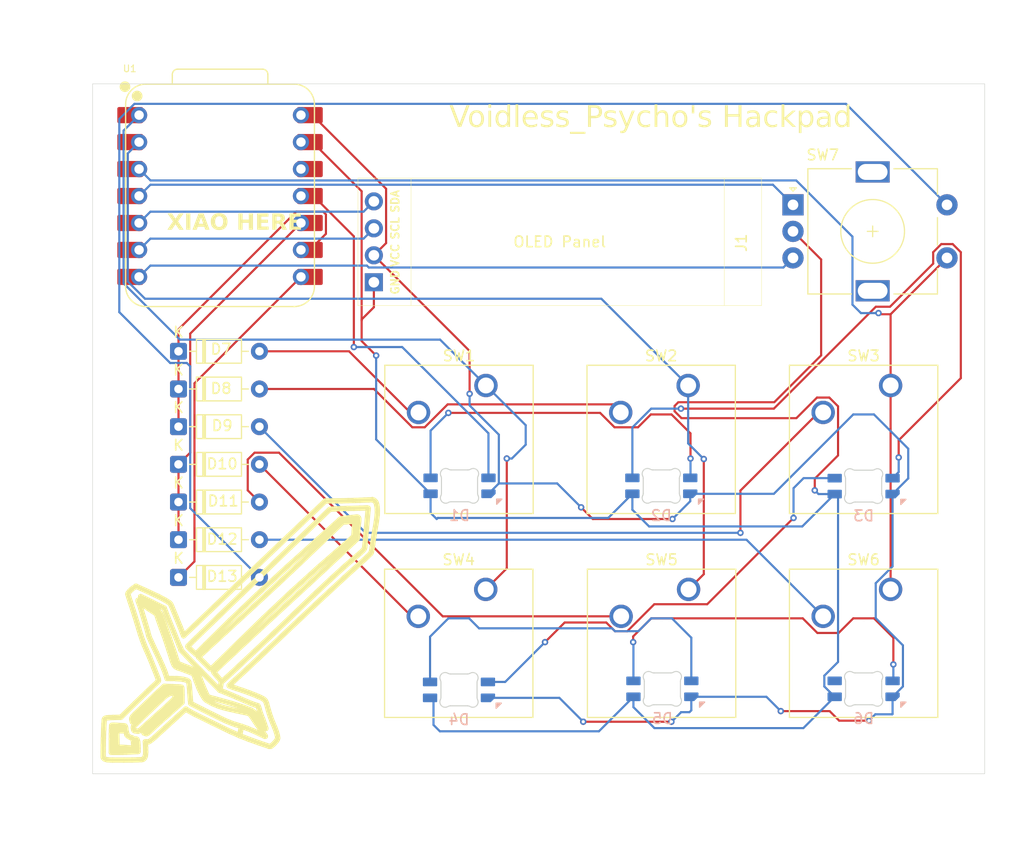
<source format=kicad_pcb>
(kicad_pcb (version 20241229) (generator "pcbnew") (generator_version "9.0")
  (layers (0 "F.Cu" signal) (2 "B.Cu" signal) (13 "F.Paste" user) (15 "B.Paste" user) (5 "F.SilkS" user "F.Silkscreen") (7 "B.SilkS" user "B.Silkscreen") (1 "F.Mask" user) (3 "B.Mask" user) (25 "Edge.Cuts" user))
  (net 0 "")
  (net 1 "Net-(D1-DOUT)")
  (net 2 "Net-(D1-DIN)")
  (net 3 "+5V")
  (net 4 "GND")
  (net 5 "Net-(D2-DOUT)")
  (net 6 "Net-(D3-DOUT)")
  (net 7 "Net-(D4-DOUT)")
  (net 8 "Net-(D5-DOUT)")
  (net 10 "ROW1")
  (net 11 "Net-(D7-A)")
  (net 12 "Net-(D8-A)")
  (net 13 "Net-(D9-A)")
  (net 14 "ROW2")
  (net 15 "Net-(D10-A)")
  (net 16 "Net-(D11-A)")
  (net 17 "Net-(D12-A)")
  (net 18 "ROW0")
  (net 19 "Net-(D13-A)")
  (net 20 "SCL")
  (net 21 "SDA")
  (net 22 "COL0")
  (net 23 "COL1")
  (net 24 "COL2")
  (net 25 "EC11B")
  (net 26 "EC11A")
  (footprint "Button_Switch_Keyboard:SW_Cherry_MX_1.00u_PCB" (layer "F.Cu") (at 137.2175 107.63)
    (property "Reference" "SW4")
    (property "Value" "SW_Push")
  )
  (footprint "Diode_THT:D_DO-35_SOD27_P7.62mm_Horizontal" (layer "F.Cu") (at 108.29 106.5)
    (property "Reference" "D13")
    (property "Value" "1N4148")
  )
  (footprint "Diode_THT:D_DO-35_SOD27_P7.62mm_Horizontal" (layer "F.Cu") (at 108.29 85.2)
    (property "Reference" "D7")
    (property "Value" "1N4148")
  )
  (footprint "Diode_THT:D_DO-35_SOD27_P7.62mm_Horizontal" (layer "F.Cu") (at 108.29 95.85)
    (property "Reference" "D10")
    (property "Value" "1N4148")
  )
  (footprint "Diode_THT:D_DO-35_SOD27_P7.62mm_Horizontal" (layer "F.Cu") (at 108.29 102.95)
    (property "Reference" "D12")
    (property "Value" "1N4148")
  )
  (footprint "Diode_THT:D_DO-35_SOD27_P7.62mm_Horizontal" (layer "F.Cu") (at 108.29 88.75)
    (property "Reference" "D8")
    (property "Value" "1N4148")
  )
  (footprint "Button_Switch_Keyboard:SW_Cherry_MX_1.00u_PCB" (layer "F.Cu") (at 156.2775 88.42)
    (property "Reference" "SW2")
    (property "Value" "SW_Push")
  )
  (footprint "OPL:XIAO-RP2040-DIP" (layer "F.Cu") (at 112.2 70.5685)
    (property "Reference" "U1")
    (property "Value" "XIAO-RP2040-DIP")
  )
  (footprint "Button_Switch_Keyboard:SW_Cherry_MX_1.00u_PCB" (layer "F.Cu") (at 156.3175 107.63)
    (property "Reference" "SW5")
    (property "Value" "SW_Push")
  )
  (footprint "Diode_THT:D_DO-35_SOD27_P7.62mm_Horizontal" (layer "F.Cu") (at 108.29 99.4)
    (property "Reference" "D11")
    (property "Value" "1N4148")
  )
  (footprint "SSD1306-0.91-OLED-4pin:SSD1306-0.91-OLED-4pin-128x32" (layer "F.Cu") (at 163.185 80.885 180)
    (property "Reference" "J1")
    (property "Value" "SSD1306 OLED Display")
  )
  (footprint "Button_Switch_Keyboard:SW_Cherry_MX_1.00u_PCB" (layer "F.Cu") (at 175.34 107.63)
    (property "Reference" "SW6")
    (property "Value" "SW_Push")
  )
  (footprint "Button_Switch_Keyboard:SW_Cherry_MX_1.00u_PCB" (layer "F.Cu") (at 137.24 88.42)
    (property "Reference" "SW1")
    (property "Value" "SW_Push")
  )
  (footprint "EC11Rotary_Encoder:RotaryEncoder_Alps_EC11E-Switch_Vertical_H20mm" (layer "F.Cu") (at 166.15 71.4)
    (property "Reference" "SW7")
    (property "Value" "RotaryEncoder_Switch")
  )
  (footprint "Button_Switch_Keyboard:SW_Cherry_MX_1.00u_PCB" (layer "F.Cu") (at 175.34 88.42)
    (property "Reference" "SW3")
    (property "Value" "SW_Push")
  )
  (footprint "Diode_THT:D_DO-35_SOD27_P7.62mm_Horizontal" (layer "F.Cu") (at 108.29 92.3)
    (property "Reference" "D9")
    (property "Value" "1N4148")
  )
  (footprint "Footprints:LED_6028R" (layer "B.Cu") (at 172.8 97.9 180)
    (property "Reference" "D3")
    (property "Value" "SK6812MINI")
    (fp_line (start 1.699999 -0.702841) (end 1.699999 0.702843) (stroke (width 0.1)) (layer "Edge.Cuts"))
    (fp_line (start 0.794452 1.5) (end -0.794453 1.5) (stroke (width 0.1)) (layer "Edge.Cuts"))
    (fp_line (start -0.794452 -1.499999) (end 0.794452 -1.499999) (stroke (width 0.1)) (layer "Edge.Cuts"))
    (fp_line (start -1.699999 0.702843) (end -1.699999 -0.702841) (stroke (width 0.1)) (layer "Edge.Cuts"))
    (fp_arc (start 1.749484 0.919721) (mid 1.712526 0.814069) (end 1.699999 0.702843) (stroke (width 0.1)) (layer "Edge.Cuts"))
    (fp_arc (start 1.749484 0.919721) (mid 1.638072 1.504036) (end 1.046711 1.5683) (stroke (width 0.1)) (layer "Edge.Cuts"))
    (fp_arc (start 1.699999 -0.702842) (mid 1.712536 -0.814064) (end 1.749484 -0.919719) (stroke (width 0.1)) (layer "Edge.Cuts"))
    (fp_arc (start 1.046711 -1.568296) (mid 1.63807 -1.504033) (end 1.749484 -0.919719) (stroke (width 0.1)) (layer "Edge.Cuts"))
    (fp_arc (start 1.04671 -1.568298) (mid 0.925122 -1.517376) (end 0.794452 -1.499999) (stroke (width 0.1)) (layer "Edge.Cuts"))
    (fp_arc (start 0.794453 1.500001) (mid 0.925123 1.517378) (end 1.046711 1.5683) (stroke (width 0.1)) (layer "Edge.Cuts"))
    (fp_arc (start -0.794452 -1.499999) (mid -0.925123 -1.517376) (end -1.046711 -1.568298) (stroke (width 0.1)) (layer "Edge.Cuts"))
    (fp_arc (start -1.046711 1.568299) (mid -0.925123 1.517377) (end -0.794453 1.5) (stroke (width 0.1)) (layer "Edge.Cuts"))
    (fp_arc (start -1.046711 1.568299) (mid -1.638071 1.504036) (end -1.749484 0.919721) (stroke (width 0.1)) (layer "Edge.Cuts"))
    (fp_arc (start -1.699999 0.702844) (mid -1.712527 0.814069) (end -1.749484 0.919721) (stroke (width 0.1)) (layer "Edge.Cuts"))
    (fp_arc (start -1.749484 -0.919718) (mid -1.638072 -1.504034) (end -1.046711 -1.568298) (stroke (width 0.1)) (layer "Edge.Cuts"))
    (fp_arc (start -1.749484 -0.919719) (mid -1.712527 -0.814067) (end -1.699999 -0.702841) (stroke (width 0.1)) (layer "Edge.Cuts"))
  )
  (footprint "Footprints:LED_6028R" (layer "B.Cu") (at 153.85 117 180)
    (property "Reference" "D5")
    (property "Value" "SK6812MINI")
    (fp_line (start 1.699999 -0.702841) (end 1.699999 0.702843) (stroke (width 0.1)) (layer "Edge.Cuts"))
    (fp_line (start 0.794452 1.5) (end -0.794453 1.5) (stroke (width 0.1)) (layer "Edge.Cuts"))
    (fp_line (start -0.794452 -1.499999) (end 0.794452 -1.499999) (stroke (width 0.1)) (layer "Edge.Cuts"))
    (fp_line (start -1.699999 0.702843) (end -1.699999 -0.702841) (stroke (width 0.1)) (layer "Edge.Cuts"))
    (fp_arc (start 1.749484 0.919721) (mid 1.712526 0.814069) (end 1.699999 0.702843) (stroke (width 0.1)) (layer "Edge.Cuts"))
    (fp_arc (start 1.749484 0.919721) (mid 1.638072 1.504036) (end 1.046711 1.5683) (stroke (width 0.1)) (layer "Edge.Cuts"))
    (fp_arc (start 1.699999 -0.702842) (mid 1.712536 -0.814064) (end 1.749484 -0.919719) (stroke (width 0.1)) (layer "Edge.Cuts"))
    (fp_arc (start 1.046711 -1.568296) (mid 1.63807 -1.504033) (end 1.749484 -0.919719) (stroke (width 0.1)) (layer "Edge.Cuts"))
    (fp_arc (start 1.04671 -1.568298) (mid 0.925122 -1.517376) (end 0.794452 -1.499999) (stroke (width 0.1)) (layer "Edge.Cuts"))
    (fp_arc (start 0.794453 1.500001) (mid 0.925123 1.517378) (end 1.046711 1.5683) (stroke (width 0.1)) (layer "Edge.Cuts"))
    (fp_arc (start -0.794452 -1.499999) (mid -0.925123 -1.517376) (end -1.046711 -1.568298) (stroke (width 0.1)) (layer "Edge.Cuts"))
    (fp_arc (start -1.046711 1.568299) (mid -0.925123 1.517377) (end -0.794453 1.5) (stroke (width 0.1)) (layer "Edge.Cuts"))
    (fp_arc (start -1.046711 1.568299) (mid -1.638071 1.504036) (end -1.749484 0.919721) (stroke (width 0.1)) (layer "Edge.Cuts"))
    (fp_arc (start -1.699999 0.702844) (mid -1.712527 0.814069) (end -1.749484 0.919721) (stroke (width 0.1)) (layer "Edge.Cuts"))
    (fp_arc (start -1.749484 -0.919718) (mid -1.638072 -1.504034) (end -1.046711 -1.568298) (stroke (width 0.1)) (layer "Edge.Cuts"))
    (fp_arc (start -1.749484 -0.919719) (mid -1.712527 -0.814067) (end -1.699999 -0.702841) (stroke (width 0.1)) (layer "Edge.Cuts"))
  )
  (footprint "Footprints:LED_6028R" (layer "B.Cu") (at 134.7 117.1 180)
    (property "Reference" "D4")
    (property "Value" "SK6812MINI")
    (fp_line (start 1.699999 -0.702841) (end 1.699999 0.702843) (stroke (width 0.1)) (layer "Edge.Cuts"))
    (fp_line (start 0.794452 1.5) (end -0.794453 1.5) (stroke (width 0.1)) (layer "Edge.Cuts"))
    (fp_line (start -0.794452 -1.499999) (end 0.794452 -1.499999) (stroke (width 0.1)) (layer "Edge.Cuts"))
    (fp_line (start -1.699999 0.702843) (end -1.699999 -0.702841) (stroke (width 0.1)) (layer "Edge.Cuts"))
    (fp_arc (start 1.749484 0.919721) (mid 1.712526 0.814069) (end 1.699999 0.702843) (stroke (width 0.1)) (layer "Edge.Cuts"))
    (fp_arc (start 1.749484 0.919721) (mid 1.638072 1.504036) (end 1.046711 1.5683) (stroke (width 0.1)) (layer "Edge.Cuts"))
    (fp_arc (start 1.699999 -0.702842) (mid 1.712536 -0.814064) (end 1.749484 -0.919719) (stroke (width 0.1)) (layer "Edge.Cuts"))
    (fp_arc (start 1.046711 -1.568296) (mid 1.63807 -1.504033) (end 1.749484 -0.919719) (stroke (width 0.1)) (layer "Edge.Cuts"))
    (fp_arc (start 1.04671 -1.568298) (mid 0.925122 -1.517376) (end 0.794452 -1.499999) (stroke (width 0.1)) (layer "Edge.Cuts"))
    (fp_arc (start 0.794453 1.500001) (mid 0.925123 1.517378) (end 1.046711 1.5683) (stroke (width 0.1)) (layer "Edge.Cuts"))
    (fp_arc (start -0.794452 -1.499999) (mid -0.925123 -1.517376) (end -1.046711 -1.568298) (stroke (width 0.1)) (layer "Edge.Cuts"))
    (fp_arc (start -1.046711 1.568299) (mid -0.925123 1.517377) (end -0.794453 1.5) (stroke (width 0.1)) (layer "Edge.Cuts"))
    (fp_arc (start -1.046711 1.568299) (mid -1.638071 1.504036) (end -1.749484 0.919721) (stroke (width 0.1)) (layer "Edge.Cuts"))
    (fp_arc (start -1.699999 0.702844) (mid -1.712527 0.814069) (end -1.749484 0.919721) (stroke (width 0.1)) (layer "Edge.Cuts"))
    (fp_arc (start -1.749484 -0.919718) (mid -1.638072 -1.504034) (end -1.046711 -1.568298) (stroke (width 0.1)) (layer "Edge.Cuts"))
    (fp_arc (start -1.749484 -0.919719) (mid -1.712527 -0.814067) (end -1.699999 -0.702841) (stroke (width 0.1)) (layer "Edge.Cuts"))
  )
  (footprint "Footprints:LED_6028R" (layer "B.Cu") (at 172.8 117 180)
    (property "Reference" "D6")
    (property "Value" "SK6812MINI")
    (fp_line (start 1.699999 -0.702841) (end 1.699999 0.702843) (stroke (width 0.1)) (layer "Edge.Cuts"))
    (fp_line (start 0.794452 1.5) (end -0.794453 1.5) (stroke (width 0.1)) (layer "Edge.Cuts"))
    (fp_line (start -0.794452 -1.499999) (end 0.794452 -1.499999) (stroke (width 0.1)) (layer "Edge.Cuts"))
    (fp_line (start -1.699999 0.702843) (end -1.699999 -0.702841) (stroke (width 0.1)) (layer "Edge.Cuts"))
    (fp_arc (start 1.749484 0.919721) (mid 1.712526 0.814069) (end 1.699999 0.702843) (stroke (width 0.1)) (layer "Edge.Cuts"))
    (fp_arc (start 1.749484 0.919721) (mid 1.638072 1.504036) (end 1.046711 1.5683) (stroke (width 0.1)) (layer "Edge.Cuts"))
    (fp_arc (start 1.699999 -0.702842) (mid 1.712536 -0.814064) (end 1.749484 -0.919719) (stroke (width 0.1)) (layer "Edge.Cuts"))
    (fp_arc (start 1.046711 -1.568296) (mid 1.63807 -1.504033) (end 1.749484 -0.919719) (stroke (width 0.1)) (layer "Edge.Cuts"))
    (fp_arc (start 1.04671 -1.568298) (mid 0.925122 -1.517376) (end 0.794452 -1.499999) (stroke (width 0.1)) (layer "Edge.Cuts"))
    (fp_arc (start 0.794453 1.500001) (mid 0.925123 1.517378) (end 1.046711 1.5683) (stroke (width 0.1)) (layer "Edge.Cuts"))
    (fp_arc (start -0.794452 -1.499999) (mid -0.925123 -1.517376) (end -1.046711 -1.568298) (stroke (width 0.1)) (layer "Edge.Cuts"))
    (fp_arc (start -1.046711 1.568299) (mid -0.925123 1.517377) (end -0.794453 1.5) (stroke (width 0.1)) (layer "Edge.Cuts"))
    (fp_arc (start -1.046711 1.568299) (mid -1.638071 1.504036) (end -1.749484 0.919721) (stroke (width 0.1)) (layer "Edge.Cuts"))
    (fp_arc (start -1.699999 0.702844) (mid -1.712527 0.814069) (end -1.749484 0.919721) (stroke (width 0.1)) (layer "Edge.Cuts"))
    (fp_arc (start -1.749484 -0.919718) (mid -1.638072 -1.504034) (end -1.046711 -1.568298) (stroke (width 0.1)) (layer "Edge.Cuts"))
    (fp_arc (start -1.749484 -0.919719) (mid -1.712527 -0.814067) (end -1.699999 -0.702841) (stroke (width 0.1)) (layer "Edge.Cuts"))
  )
  (footprint "Footprints:LED_6028R" (layer "B.Cu") (at 153.75 97.875 180)
    (property "Reference" "D2")
    (property "Value" "SK6812MINI")
    (fp_line (start 1.699999 -0.702841) (end 1.699999 0.702843) (stroke (width 0.1)) (layer "Edge.Cuts"))
    (fp_line (start 0.794452 1.5) (end -0.794453 1.5) (stroke (width 0.1)) (layer "Edge.Cuts"))
    (fp_line (start -0.794452 -1.499999) (end 0.794452 -1.499999) (stroke (width 0.1)) (layer "Edge.Cuts"))
    (fp_line (start -1.699999 0.702843) (end -1.699999 -0.702841) (stroke (width 0.1)) (layer "Edge.Cuts"))
    (fp_arc (start 1.749484 0.919721) (mid 1.712526 0.814069) (end 1.699999 0.702843) (stroke (width 0.1)) (layer "Edge.Cuts"))
    (fp_arc (start 1.749484 0.919721) (mid 1.638072 1.504036) (end 1.046711 1.5683) (stroke (width 0.1)) (layer "Edge.Cuts"))
    (fp_arc (start 1.699999 -0.702842) (mid 1.712536 -0.814064) (end 1.749484 -0.919719) (stroke (width 0.1)) (layer "Edge.Cuts"))
    (fp_arc (start 1.046711 -1.568296) (mid 1.63807 -1.504033) (end 1.749484 -0.919719) (stroke (width 0.1)) (layer "Edge.Cuts"))
    (fp_arc (start 1.04671 -1.568298) (mid 0.925122 -1.517376) (end 0.794452 -1.499999) (stroke (width 0.1)) (layer "Edge.Cuts"))
    (fp_arc (start 0.794453 1.500001) (mid 0.925123 1.517378) (end 1.046711 1.5683) (stroke (width 0.1)) (layer "Edge.Cuts"))
    (fp_arc (start -0.794452 -1.499999) (mid -0.925123 -1.517376) (end -1.046711 -1.568298) (stroke (width 0.1)) (layer "Edge.Cuts"))
    (fp_arc (start -1.046711 1.568299) (mid -0.925123 1.517377) (end -0.794453 1.5) (stroke (width 0.1)) (layer "Edge.Cuts"))
    (fp_arc (start -1.046711 1.568299) (mid -1.638071 1.504036) (end -1.749484 0.919721) (stroke (width 0.1)) (layer "Edge.Cuts"))
    (fp_arc (start -1.699999 0.702844) (mid -1.712527 0.814069) (end -1.749484 0.919721) (stroke (width 0.1)) (layer "Edge.Cuts"))
    (fp_arc (start -1.749484 -0.919718) (mid -1.638072 -1.504034) (end -1.046711 -1.568298) (stroke (width 0.1)) (layer "Edge.Cuts"))
    (fp_arc (start -1.749484 -0.919719) (mid -1.712527 -0.814067) (end -1.699999 -0.702841) (stroke (width 0.1)) (layer "Edge.Cuts"))
  )
  (footprint "Footprints:LED_6028R" (layer "B.Cu") (at 134.75 97.875 180)
    (property "Reference" "D1")
    (property "Value" "SK6812MINI")
    (fp_line (start 1.699999 -0.702841) (end 1.699999 0.702843) (stroke (width 0.1)) (layer "Edge.Cuts"))
    (fp_line (start 0.794452 1.5) (end -0.794453 1.5) (stroke (width 0.1)) (layer "Edge.Cuts"))
    (fp_line (start -0.794452 -1.499999) (end 0.794452 -1.499999) (stroke (width 0.1)) (layer "Edge.Cuts"))
    (fp_line (start -1.699999 0.702843) (end -1.699999 -0.702841) (stroke (width 0.1)) (layer "Edge.Cuts"))
    (fp_arc (start 1.749484 0.919721) (mid 1.712526 0.814069) (end 1.699999 0.702843) (stroke (width 0.1)) (layer "Edge.Cuts"))
    (fp_arc (start 1.749484 0.919721) (mid 1.638072 1.504036) (end 1.046711 1.5683) (stroke (width 0.1)) (layer "Edge.Cuts"))
    (fp_arc (start 1.699999 -0.702842) (mid 1.712536 -0.814064) (end 1.749484 -0.919719) (stroke (width 0.1)) (layer "Edge.Cuts"))
    (fp_arc (start 1.046711 -1.568296) (mid 1.63807 -1.504033) (end 1.749484 -0.919719) (stroke (width 0.1)) (layer "Edge.Cuts"))
    (fp_arc (start 1.04671 -1.568298) (mid 0.925122 -1.517376) (end 0.794452 -1.499999) (stroke (width 0.1)) (layer "Edge.Cuts"))
    (fp_arc (start 0.794453 1.500001) (mid 0.925123 1.517378) (end 1.046711 1.5683) (stroke (width 0.1)) (layer "Edge.Cuts"))
    (fp_arc (start -0.794452 -1.499999) (mid -0.925123 -1.517376) (end -1.046711 -1.568298) (stroke (width 0.1)) (layer "Edge.Cuts"))
    (fp_arc (start -1.046711 1.568299) (mid -0.925123 1.517377) (end -0.794453 1.5) (stroke (width 0.1)) (layer "Edge.Cuts"))
    (fp_arc (start -1.046711 1.568299) (mid -1.638071 1.504036) (end -1.749484 0.919721) (stroke (width 0.1)) (layer "Edge.Cuts"))
    (fp_arc (start -1.699999 0.702844) (mid -1.712527 0.814069) (end -1.749484 0.919721) (stroke (width 0.1)) (layer "Edge.Cuts"))
    (fp_arc (start -1.749484 -0.919718) (mid -1.638072 -1.504034) (end -1.046711 -1.568298) (stroke (width 0.1)) (layer "Edge.Cuts"))
    (fp_arc (start -1.749484 -0.919719) (mid -1.712527 -0.814067) (end -1.699999 -0.702841) (stroke (width 0.1)) (layer "Edge.Cuts"))
  )
  (gr_arc (start 103.584709 121.477515) (mid 103.511991 121.419544) (end 103.444748 121.355304) (stroke (width 0.5)) (layer "F.SilkS"))
  (gr_line (start 113.329142 113.224045) (end 112.586757 113.954417) (stroke (width 0.5)) (layer "F.SilkS"))
  (gr_line (start 108.622857 117.572162) (end 108.621304 118.279045) (stroke (width 0.5)) (layer "F.SilkS"))
  (gr_arc (start 106.382098 109.657281) (mid 106.470752 109.760869) (end 106.545434 109.874942) (stroke (width 0.5)) (layer "F.SilkS"))
  (gr_line (start 114.23441 117.99263) (end 114.788709 118.234093) (stroke (width 0.5)) (layer "F.SilkS"))
  (gr_line (start 116.094065 120.916317) (end 116.243378 121.120921) (stroke (width 0.5)) (layer "F.SilkS"))
  (gr_arc (start 107.367354 108.850479) (mid 107.499039 108.957922) (end 107.570117 109.062746) (stroke (width 0.5)) (layer "F.SilkS"))
  (gr_arc (start 104.073815 120.848381) (mid 104.060785 120.788355) (end 104.051687 120.727609) (stroke (width 0.5)) (layer "F.SilkS"))
  (gr_arc (start 104.297995 121.729045) (mid 104.346152 121.742949) (end 104.379473 121.780393) (stroke (width 0.5)) (layer "F.SilkS"))
  (gr_line (start 106.108412 117.540735) (end 106.388689 117.277527) (stroke (width 0.5)) (layer "F.SilkS"))
  (gr_arc (start 104.196392 121.933039) (mid 104.199117 121.871026) (end 104.207987 121.809627) (stroke (width 0.5)) (layer "F.SilkS"))
  (gr_line (start 116.185455 120.294774) (end 116.020727 120.049045) (stroke (width 0.5)) (layer "F.SilkS"))
  (gr_arc (start 106.545434 109.874942) (mid 106.625849 110.028007) (end 106.696345 110.185871) (stroke (width 0.5)) (layer "F.SilkS"))
  (gr_arc (start 103.401764 121.203481) (mid 103.403749 121.229139) (end 103.40441 121.254834) (stroke (width 0.5)) (layer "F.SilkS"))
  (gr_arc (start 110.475228 117.454283) (mid 110.333793 117.175574) (end 110.205412 116.890494) (stroke (width 0.5)) (layer "F.SilkS"))
  (gr_line (start 102.56226 120.44664) (end 102.732756 120.458377) (stroke (width 0.5)) (layer "F.SilkS"))
  (gr_line (start 106.079065 109.388319) (end 105.42941 108.884405) (stroke (width 0.5)) (layer "F.SilkS"))
  (gr_line (start 121.711886 108.559622) (end 123.910032 106.521761) (stroke (width 0.5)) (layer "F.SilkS"))
  (gr_line (start 104.637276 119.487748) (end 104.412136 119.697174) (stroke (width 0.5)) (layer "F.SilkS"))
  (gr_line (start 109.200985 112.959326) (end 109.200966 112.959307) (stroke (width 0.5)) (layer "F.SilkS"))
  (gr_line (start 123.059297 100.046829) (end 123.582735 100.023003) (stroke (width 0.5)) (layer "F.SilkS"))
  (gr_line (start 107.84441 116.029483) (end 107.21441 116.028498) (stroke (width 0.5)) (layer "F.SilkS"))
  (gr_line (start 106.733433 114.731548) (end 106.475905 114.158983) (stroke (width 0.5)) (layer "F.SilkS"))
  (gr_line (start 115.035748 118.980577) (end 114.384488 118.727401) (stroke (width 0.5)) (layer "F.SilkS"))
  (gr_line (start 117.123112 122.307666) (end 117.234873 122.205033) (stroke (width 0.5)) (layer "F.SilkS"))
  (gr_line (start 116.948499 119.638028) (end 116.838653 119.307877) (stroke (width 0.5)) (layer "F.SilkS"))
  (gr_line (start 110.158252 115.64834) (end 110.080959 115.467401) (stroke (width 0.5)) (layer "F.SilkS"))
  (gr_line (start 106.153726 116.511627) (end 105.998764 116.653018) (stroke (width 0.5)) (layer "F.SilkS"))
  (gr_line (start 120.744607 101.806415) (end 122.465917 100.155113) (stroke (width 0.5)) (layer "F.SilkS"))
  (gr_line (start 117.234873 122.205033) (end 117.348112 122.089571) (stroke (width 0.5)) (layer "F.SilkS"))
  (gr_line (start 108.621304 118.279045) (end 107.977857 118.856093) (stroke (width 0.5)) (layer "F.SilkS"))
  (gr_arc (start 107.805284 117.367736) (mid 107.87363 117.356875) (end 107.942828 117.356477) (stroke (width 0.5)) (layer "F.SilkS"))
  (gr_line (start 124.35165 100.883472) (end 123.631868 100.970577) (stroke (width 0.5)) (layer "F.SilkS"))
  (gr_arc (start 107.997671 117.397067) (mid 108.006831 117.440194) (end 108.002227 117.484045) (stroke (width 0.5)) (layer "F.SilkS"))
  (gr_line (start 103.729694 108.747228) (end 103.857249 109.13109) (stroke (width 0.5)) (layer "F.SilkS"))
  (gr_line (start 115.673556 119.550034) (end 115.520383 119.344215) (stroke (width 0.5)) (layer "F.SilkS"))
  (gr_line (start 124.266526 99.268709) (end 123.675013 99.282327) (stroke (width 0.5)) (layer "F.SilkS"))
  (gr_line (start 104.55659 108.897786) (end 104.518783 108.787816) (stroke (width 0.5)) (layer "F.SilkS"))
  (gr_line (start 113.396578 117.629533) (end 113.826975 117.814209) (stroke (width 0.5)) (layer "F.SilkS"))
  (gr_arc (start 109.038051 116.184614) (mid 109.130611 116.226695) (end 109.210575 116.289496) (stroke (width 0.5)) (layer "F.SilkS"))
  (gr_arc (start 108.035878 114.919334) (mid 107.945272 114.83774) (end 107.876287 114.737201) (stroke (width 0.5)) (layer "F.SilkS"))
  (gr_line (start 109.163721 115.35938) (end 109.720075 115.586155) (stroke (width 0.5)) (layer "F.SilkS"))
  (gr_line (start 103.299105 120.619096) (end 103.327769 120.769045) (stroke (width 0.5)) (layer "F.SilkS"))
  (gr_line (start 115.505716 117.593151) (end 114.963297 117.382305) (stroke (width 0.5)) (layer "F.SilkS"))
  (gr_arc (start 122.538045 100.099045) (mid 122.575875 100.08151) (end 122.620271 100.073507) (stroke (width 0.5)) (layer "F.SilkS"))
  (gr_arc (start 103.53253 108.124015) (mid 103.526418 108.097403) (end 103.52441 108.070693) (stroke (width 0.5)) (layer "F.SilkS"))
  (gr_arc (start 108.333276 114.66069) (mid 108.28227 114.631393) (end 108.237879 114.592784) (stroke (width 0.5)) (layer "F.SilkS"))
  (gr_line (start 105.266379 118.876282) (end 104.941304 119.195173) (stroke (width 0.5)) (layer "F.SilkS"))
  (gr_line (start 114.049645 121.412897) (end 114.217442 120.530131) (stroke (width 0.5)) (layer "F.SilkS"))
  (gr_arc (start 105.035613 121.124174) (mid 105.057024 121.08582) (end 105.083554 121.050814) (stroke (width 0.5)) (layer "F.SilkS"))
  (gr_line (start 115.718077 120.388967) (end 115.918998 120.675851) (stroke (width 0.5)) (layer "F.SilkS"))
  (gr_line (start 104.779983 117.805577) (end 104.226691 118.343055) (stroke (width 0.5)) (layer "F.SilkS"))
  (gr_line (start 106.616383 118.072781) (end 107.00099 117.728476) (stroke (width 0.5)) (layer "F.SilkS"))
  (gr_line (start 102.492746 121.72894) (end 102.47441 120.948835) (stroke (width 0.5)) (layer "F.SilkS"))
  (gr_line (start 102.077574 123.709396) (end 103.149326 123.711994) (stroke (width 0.5)) (layer "F.SilkS"))
  (gr_line (start 120.531856 107.143558) (end 122.063383 105.724062) (stroke (width 0.5)) (layer "F.SilkS"))
  (gr_arc (start 103.327733 120.997373) (mid 103.351933 121.017143) (end 103.367991 121.043952) (stroke (width 0.5)) (layer "F.SilkS"))
  (gr_line (start 102.590435 122.702865) (end 102.511081 122.509045) (stroke (width 0.5)) (layer "F.SilkS"))
  (gr_line (start 113.74048 119.061089) (end 114.146065 119.146088) (stroke (width 0.5)) (layer "F.SilkS"))
  (gr_arc (start 125.262983 101.021172) (mid 125.263501 101.091527) (end 125.260008 101.161836) (stroke (width 0.5)) (layer "F.SilkS"))
  (gr_line (start 111.853994 115.738396) (end 111.733755 115.591191) (stroke (width 0.5)) (layer "F.SilkS"))
  (gr_line (start 124.19441 103.181163) (end 121.458963 105.555519) (stroke (width 0.5)) (layer "F.SilkS"))
  (gr_arc (start 104.046455 120.616612) (mid 104.050848 120.576357) (end 104.062127 120.537465) (stroke (width 0.5)) (layer "F.SilkS"))
  (gr_line (start 105.192143 119.444397) (end 105.746415 118.90959) (stroke (width 0.5)) (layer "F.SilkS"))
  (gr_line (start 111.655412 115.361894) (end 113.586542 113.559412) (stroke (width 0.5)) (layer "F.SilkS"))
  (gr_line (start 117.509748 121.077589) (end 117.369891 120.687531) (stroke (width 0.5)) (layer "F.SilkS"))
  (gr_line (start 106.284529 116.37967) (end 106.153726 116.511627) (stroke (width 0.5)) (layer "F.SilkS"))
  (gr_line (start 111.266246 115.095563) (end 110.727944 114.561555) (stroke (width 0.5)) (layer "F.SilkS"))
  (gr_line (start 102.136733 119.699082) (end 101.745543 119.71369) (stroke (width 0.5)) (layer "F.SilkS"))
  (gr_line (start 110.479331 118.908427) (end 109.536645 118.432179) (stroke (width 0.5)) (layer "F.SilkS"))
  (gr_line (start 111.952647 114.569451) (end 111.385999 115.113616) (stroke (width 0.5)) (layer "F.SilkS"))
  (gr_line (start 109.43987 118.341497) (end 109.41171 118.061334) (stroke (width 0.5)) (layer "F.SilkS"))
  (gr_line (start 108.526469 113.345139) (end 109.045172 113.900413) (stroke (width 0.5)) (layer "F.SilkS"))
  (gr_line (start 107.90648 117.921386) (end 107.690375 118.155606) (stroke (width 0.5)) (layer "F.SilkS"))
  (gr_line (start 104.941304 119.195173) (end 104.637276 119.487748) (stroke (width 0.5)) (layer "F.SilkS"))
  (gr_line (start 119.825655 101.475389) (end 118.651676 102.590776) (stroke (width 0.5)) (layer "F.SilkS"))
  (gr_arc (start 125.813903 103.70523) (mid 125.796353 103.767799) (end 125.766092 103.825261) (stroke (width 0.5)) (layer "F.SilkS"))
  (gr_line (start 116.243378 121.120921) (end 116.364959 121.297344) (stroke (width 0.5)) (layer "F.SilkS"))
  (gr_line (start 115.858264 114.081189) (end 116.90441 113.089089) (stroke (width 0.5)) (layer "F.SilkS"))
  (gr_line (start 104.601425 109.021794) (end 104.55659 108.897786) (stroke (width 0.5)) (layer "F.SilkS"))
  (gr_line (start 101.96441 121.739045) (end 101.967658 121.256554) (stroke (width 0.5)) (layer "F.SilkS"))
  (gr_line (start 125.119606 104.445) (end 123.986268 105.423276) (stroke (width 0.5)) (layer "F.SilkS"))
  (gr_arc (start 108.44558 113.103231) (mid 108.457503 113.125849) (end 108.468104 113.149117) (stroke (width 0.5)) (layer "F.SilkS"))
  (gr_line (start 112.186194 117.139045) (end 112.730302 117.353345) (stroke (width 0.5)) (layer "F.SilkS"))
  (gr_line (start 104.412136 119.697174) (end 103.949862 120.116844) (stroke (width 0.5)) (layer "F.SilkS"))
  (gr_line (start 102.792746 122.509405) (end 102.511081 122.509045) (stroke (width 0.5)) (layer "F.SilkS"))
  (gr_line (start 108.445159 115.089822) (end 108.675405 115.17149) (stroke (width 0.5)) (layer "F.SilkS"))
  (gr_line (start 108.271511 116.816979) (end 108.493809 116.831523) (stroke (width 0.5)) (layer "F.SilkS"))
  (gr_line (start 126.135603 100.193518) (end 125.989063 101.844599) (stroke (width 0.5)) (layer "F.SilkS"))
  (gr_arc (start 117.559461 121.823265) (mid 117.519548 121.885303) (end 117.475087 121.944214) (stroke (width 0.5)) (layer "F.SilkS"))
  (gr_arc (start 103.891559 121.608821) (mid 103.933901 121.620787) (end 103.96379 121.653058) (stroke (width 0.5)) (layer "F.SilkS"))
  (gr_line (start 107.298509 110.315686) (end 107.808609 111.573206) (stroke (width 0.5)) (layer "F.SilkS"))
  (gr_line (start 105.409512 108.633425) (end 105.835664 108.844127) (stroke (width 0.5)) (layer "F.SilkS"))
  (gr_line (start 101.219907 121.653917) (end 101.206079 122.322269) (stroke (width 0.5)) (layer "F.SilkS"))
  (gr_line (start 103.149326 123.711994) (end 103.928265 123.70569) (stroke (width 0.5)) (layer "F.SilkS"))
  (gr_line (start 111.266267 115.095542) (end 111.266246 115.095563) (stroke (width 0.5)) (layer "F.SilkS"))
  (gr_arc (start 104.240218 121.751728) (mid 104.266958 121.734909) (end 104.297995 121.729045) (stroke (width 0.5)) (layer "F.SilkS"))
  (gr_arc (start 125.076289 100.812694) (mid 125.157649 100.823161) (end 125.222763 100.866642) (stroke (width 0.5)) (layer "F.SilkS"))
  (gr_arc (start 101.212002 123.471135) (mid 101.202131 123.436117) (end 101.198811 123.402148) (stroke (width 0.5)) (layer "F.SilkS"))
  (gr_line (start 111.996648 115.903961) (end 111.853994 115.738396) (stroke (width 0.5)) (layer "F.SilkS"))
  (gr_line (start 102.45941 122.988802) (end 101.96441 122.989045) (stroke (width 0.5)) (layer "F.SilkS"))
  (gr_line (start 126.454078 104.095669) (end 126.490562 103.92118) (stroke (width 0.5)) (layer "F.SilkS"))
  (gr_line (start 107.730262 117.017611) (end 107.565298 117.054217) (stroke (width 0.5)) (layer "F.SilkS"))
  (gr_arc (start 113.72441 120.384181) (mid 113.59268 120.346903) (end 113.526645 120.325637) (stroke (width 0.5)) (layer "F.SilkS"))
  (gr_line (start 102.960932 122.732475) (end 103.237392 122.737845) (stroke (width 0.5)) (layer "F.SilkS"))
  (gr_line (start 112.586757 113.954417) (end 111.952647 114.569451) (stroke (width 0.5)) (layer "F.SilkS"))
  (gr_line (start 102.902991 120.94894) (end 103.1218 120.953124) (stroke (width 0.5)) (layer "F.SilkS"))
  (gr_line (start 103.857249 109.13109) (end 104.009838 109.595221) (stroke (width 0.5)) (layer "F.SilkS"))
  (gr_line (start 116.025751 119.377047) (end 116.073855 119.499821) (stroke (width 0.5)) (layer "F.SilkS"))
  (gr_line (start 107.940492 113.730701) (end 107.432633 112.248878) (stroke (width 0.5)) (layer "F.SilkS"))
  (gr_arc (start 104.659468 120.915574) (mid 104.614534 120.94756) (end 104.565078 120.971893) (stroke (width 0.5)) (layer "F.SilkS"))
  (gr_line (start 126.490163 99.184085) (end 126.168002 99.199271) (stroke (width 0.5)) (layer "F.SilkS"))
  (gr_line (start 113.155351 107.826403) (end 108.776293 112.003352) (stroke (width 0.5)) (layer "F.SilkS"))
  (gr_line (start 106.879701 120.809088) (end 107.280234 120.442691) (stroke (width 0.5)) (layer "F.SilkS"))
  (gr_line (start 105.42941 108.884405) (end 105.159127 108.675729) (stroke (width 0.5)) (layer "F.SilkS"))
  (gr_arc (start 116.462453 118.128102) (mid 116.529039 118.249925) (end 116.577496 118.379888) (stroke (width 0.5)) (layer "F.SilkS"))
  (gr_line (start 125.409204 104.197212) (end 125.119606 104.445) (stroke (width 0.5)) (layer "F.SilkS"))
  (gr_line (start 116.440232 121.475202) (end 116.288415 121.410971) (stroke (width 0.5)) (layer "F.SilkS"))
  (gr_line (start 101.27023 120.301513) (end 101.243844 120.836481) (stroke (width 0.5)) (layer "F.SilkS"))
  (gr_line (start 104.320511 120.97466) (end 104.177156 120.945427) (stroke (width 0.5)) (layer "F.SilkS"))
  (gr_arc (start 126.69755 99.24391) (mid 126.729759 99.265791) (end 126.760915 99.289149) (stroke (width 0.5)) (layer "F.SilkS"))
  (gr_line (start 106.76441 119.929539) (end 106.515233 120.1498) (stroke (width 0.5)) (layer "F.SilkS"))
  (gr_line (start 106.475905 114.158983) (end 106.201826 113.577932) (stroke (width 0.5)) (layer "F.SilkS"))
  (gr_arc (start 101.410495 119.768122) (mid 101.472312 119.748176) (end 101.535884 119.734844) (stroke (width 0.5)) (layer "F.SilkS"))
  (gr_arc (start 107.983241 117.581019) (mid 107.994546 117.5155) (end 108.002227 117.484045) (stroke (width 0.5)) (layer "F.SilkS"))
  (gr_line (start 113.826975 117.814209) (end 114.23441 117.99263) (stroke (width 0.5)) (layer "F.SilkS"))
  (gr_line (start 117.650564 107.109006) (end 118.94212 105.896515) (stroke (width 0.5)) (layer "F.SilkS"))
  (gr_line (start 106.946917 109.398791) (end 107.070382 109.728918) (stroke (width 0.5)) (layer "F.SilkS"))
  (gr_arc (start 113.080703 116.721781) (mid 113.068805 116.712121) (end 113.06441 116.697571) (stroke (width 0.5)) (layer "F.SilkS"))
  (gr_arc (start 103.896612 119.769798) (mid 103.927681 119.69247) (end 103.973464 119.622836) (stroke (width 0.5)) (layer "F.SilkS"))
  (gr_line (start 112.705292 119.99805) (end 112.31441 119.816977) (stroke (width 0.5)) (layer "F.SilkS"))
  (gr_arc (start 101.338515 119.823118) (mid 101.370524 119.790411) (end 101.410495 119.768122) (stroke (width 0.5)) (layer "F.SilkS"))
  (gr_arc (start 103.96379 121.653058) (mid 103.994903 121.72374) (end 104.01743 121.797609) (stroke (width 0.5)) (layer "F.SilkS"))
  (gr_arc (start 103.52441 108.070693) (mid 103.532878 108.017199) (end 103.557495 107.96896) (stroke (width 0.5)) (layer "F.SilkS"))
  (gr_line (start 113.325268 118.389883) (end 111.735401 117.94595) (stroke (width 0.5)) (layer "F.SilkS"))
  (gr_line (start 124.238558 101.250024) (end 124.400274 101.236511) (stroke (width 0.5)) (layer "F.SilkS"))
  (gr_line (start 105.259971 118.349769) (end 105.704461 117.924687) (stroke (width 0.5)) (layer "F.SilkS"))
  (gr_line (start 126.168002 99.199271) (end 125.794658 99.215928) (stroke (width 0.5)) (layer "F.SilkS"))
  (gr_line (start 124.19441 100.005858) (end 124.806212 99.992285) (stroke (width 0.5)) (layer "F.SilkS"))
  (gr_arc (start 104.207987 121.809627) (mid 104.219526 121.778133) (end 104.240218 121.751728) (stroke (width 0.5)) (layer "F.SilkS"))
  (gr_line (start 103.327769 120.769045) (end 102.832509 120.769045) (stroke (width 0.5)) (layer "F.SilkS"))
  (gr_line (start 118.926158 107.845439) (end 116.313893 110.310454) (stroke (width 0.5)) (layer "F.SilkS"))
  (gr_arc (start 108.272676 117.026526) (mid 108.306277 117.060733) (end 108.335638 117.098642) (stroke (width 0.5)) (layer "F.SilkS"))
  (gr_line (start 116.819143 122.415671) (end 116.819137 122.415689) (stroke (width 0.5)) (layer "F.SilkS"))
  (gr_line (start 124.620405 102.803853) (end 124.424922 102.981237) (stroke (width 0.5)) (layer "F.SilkS"))
  (gr_line (start 124.551131 101.225415) (end 124.662633 101.219131) (stroke (width 0.5)) (layer "F.SilkS"))
  (gr_line (start 115.088712 119.469511) (end 115.178288 119.586848) (stroke (width 0.5)) (layer "F.SilkS"))
  (gr_line (start 105.159127 108.675729) (end 104.931504 108.495488) (stroke (width 0.5)) (layer "F.SilkS"))
  (gr_arc (start 111.62441 115.433223) (mid 111.632494 115.394353) (end 111.655412 115.361894) (stroke (width 0.5)) (layer "F.SilkS"))
  (gr_line (start 107.028857 119.698055) (end 106.76441 119.929539) (stroke (width 0.5)) (layer "F.SilkS"))
  (gr_line (start 122.216388 102.193584) (end 121.46441 102.862251) (stroke (width 0.5)) (layer "F.SilkS"))
  (gr_line (start 110.819915 112.838769) (end 109.925419 113.73952) (stroke (width 0.5)) (layer "F.SilkS"))
  (gr_arc (start 105.162234 123.322632) (mid 105.131051 123.422918) (end 105.08366 123.51664) (stroke (width 0.5)) (layer "F.SilkS"))
  (gr_arc (start 111.347645 115.129045) (mid 111.303727 115.1204) (end 111.266267 115.095542) (stroke (width 0.5)) (layer "F.SilkS"))
  (gr_line (start 104.518783 108.787816) (end 104.488225 108.694653) (stroke (width 0.5)) (layer "F.SilkS"))
  (gr_line (start 115.923674 119.060804) (end 115.972909 119.221765) (stroke (width 0.5)) (layer "F.SilkS"))
  (gr_line (start 107.565298 117.054217) (end 107.416426 117.079105) (stroke (width 0.5)) (layer "F.SilkS"))
  (gr_line (start 106.053169 120.181403) (end 106.532329 119.743146) (stroke (width 0.5)) (layer "F.SilkS"))
  (gr_arc (start 102.00941 120.44273) (mid 102.025286 120.431376) (end 102.048165 120.426051) (stroke (width 0.5)) (layer "F.SilkS"))
  (gr_line (start 116.313893 110.310454) (end 113.329142 113.224045) (stroke (width 0.5)) (layer "F.SilkS"))
  (gr_line (start 108.112782 114.289045) (end 107.940492 113.730701) (stroke (width 0.5)) (layer "F.SilkS"))
  (gr_line (start 125.170001 102.081639) (end 125.193452 101.814295) (stroke (width 0.5)) (layer "F.SilkS"))
  (gr_line (start 123.423814 101.111662) (end 123.423819 101.111668) (stroke (width 0.5)) (layer "F.SilkS"))
  (gr_line (start 107.391569 113.339927) (end 107.725235 114.379838) (stroke (width 0.5)) (layer "F.SilkS"))
  (gr_line (start 118.457708 105.562772) (end 115.698934 108.109466) (stroke (width 0.5)) (layer "F.SilkS"))
  (gr_line (start 107.432633 112.248878) (end 106.920486 110.776619) (stroke (width 0.5)) (layer "F.SilkS"))
  (gr_arc (start 108.014603 116.036334) (mid 108.511421 116.069933) (end 108.714833 116.102921) (stroke (width 0.5)) (layer "F.SilkS"))
  (gr_arc (start 108.585951 116.882278) (mid 108.598244 116.951169) (end 108.613617 117.130427) (stroke (width 0.5)) (layer "F.SilkS"))
  (gr_line (start 105.998764 116.653018) (end 105.764681 116.865689) (stroke (width 0.5)) (layer "F.SilkS"))
  (gr_line (start 107.976435 117.626539) (end 107.968164 117.708267) (stroke (width 0.5)) (layer "F.SilkS"))
  (gr_line (start 108.667028 111.721199) (end 108.441255 111.152982) (stroke (width 0.5)) (layer "F.SilkS"))
  (gr_line (start 105.970936 115.024552) (end 106.371576 116.045532) (stroke (width 0.5)) (layer "F.SilkS"))
  (gr_line (start 116.020727 120.049045) (end 115.847427 119.794352) (stroke (width 0.5)) (layer "F.SilkS"))
  (gr_arc (start 117.608243 121.718159) (mid 117.586469 121.771926) (end 117.559461 121.823265) (stroke (width 0.5)) (layer "F.SilkS"))
  (gr_arc (start 108.335638 117.098642) (mid 108.354905 117.133835) (end 108.366831 117.172142) (stroke (width 0.5)) (layer "F.SilkS"))
  (gr_line (start 109.942212 116.2126) (end 110.205412 116.890494) (stroke (width 0.5)) (layer "F.SilkS"))
  (gr_line (start 113.253879 116.791425) (end 113.080703 116.721781) (stroke (width 0.5)) (layer "F.SilkS"))
  (gr_line (start 109.720075 115.586155) (end 109.942212 116.2126) (stroke (width 0.5)) (layer "F.SilkS"))
  (gr_line (start 104.809734 120.781194) (end 104.659468 120.915574) (stroke (width 0.5)) (layer "F.SilkS"))
  (gr_line (start 126.65547 102.80617) (end 126.717583 102.421501) (stroke (width 0.5)) (layer "F.SilkS"))
  (gr_line (start 108.619875 117.23452) (end 108.622857 117.572162) (stroke (width 0.5)) (layer "F.SilkS"))
  (gr_arc (start 101.336799 123.607868) (mid 101.26149 123.551286) (end 101.212002 123.471135) (stroke (width 0.5)) (layer "F.SilkS"))
  (gr_line (start 106.798677 111.589045) (end 106.921402 111.927533) (stroke (width 0.5)) (layer "F.SilkS"))
  (gr_line (start 104.195386 110.181333) (end 104.382387 110.787607) (stroke (width 0.5)) (layer "F.SilkS"))
  (gr_arc (start 104.733106 108.335449) (mid 104.726682 108.327336) (end 104.72441 108.317406) (stroke (width 0.5)) (layer "F.SilkS"))
  (gr_line (start 101.243844 120.836481) (end 101.219907 121.653917) (stroke (width 0.5)) (layer "F.SilkS"))
  (gr_line (start 102.048165 120.426051) (end 102.14512 120.420688) (stroke (width 0.5)) (layer "F.SilkS"))
  (gr_arc (start 104.565078 120.971893) (mid 104.517558 120.985268) (end 104.468313 120.988754) (stroke (width 0.5)) (layer "F.SilkS"))
  (gr_line (start 105.56441 118.577557) (end 105.266379 118.876282) (stroke (width 0.5)) (layer "F.SilkS"))
  (gr_line (start 115.847427 119.794352) (end 115.673556 119.550034) (stroke (width 0.5)) (layer "F.SilkS"))
  (gr_line (start 107.663894 109.265821) (end 107.570117 109.062746) (stroke (width 0.5)) (layer "F.SilkS"))
  (gr_arc (start 106.403764 116.21954) (mid 106.399167 116.244312) (end 106.384275 116.268309) (stroke (width 0.5)) (layer "F.SilkS"))
  (gr_line (start 116.90441 113.089089) (end 119.26598 110.851479) (stroke (width 0.5)) (layer "F.SilkS"))
  (gr_line (start 115.905666 121.230957) (end 115.353205 120.971258) (stroke (width 0.5)) (layer "F.SilkS"))
  (gr_line (start 104.192631 119.383772) (end 104.837753 118.756219) (stroke (width 0.5)) (layer "F.SilkS"))
  (gr_line (start 110.438933 116.380205) (end 110.33657 116.108775) (stroke (width 0.5)) (layer "F.SilkS"))
  (gr_line (start 115.523291 120.102401) (end 115.718077 120.388967) (stroke (width 0.5)) (layer "F.SilkS"))
  (gr_line (start 123.675013 99.282327) (end 123.185655 99.289905) (stroke (width 0.5)) (layer "F.SilkS"))
  (gr_line (start 114.963297 117.382305) (end 114.357765 117.165582) (stroke (width 0.5)) (layer "F.SilkS"))
  (gr_arc (start 123.476767 101.056396) (mid 123.545774 100.998927) (end 123.631868 100.970577) (stroke (width 0.5)) (layer "F.SilkS"))
  (gr_arc (start 109.210575 116.289496) (mid 109.238662 116.327241) (end 109.254683 116.371119) (stroke (width 0.5)) (layer "F.SilkS"))
  (gr_line (start 125.794658 99.215928) (end 125.36441 99.233785) (stroke (width 0.5)) (layer "F.SilkS"))
  (gr_line (start 113.18308 116.559751) (end 113.31357 116.434419) (stroke (width 0.5)) (layer "F.SilkS"))
  (gr_arc (start 116.970149 122.417224) (mid 116.894996 122.428537) (end 116.819143 122.415671) (stroke (width 0.5)) (layer "F.SilkS"))
  (gr_line (start 117.067499 119.963118) (end 116.948499 119.638028) (stroke (width 0.5)) (layer "F.SilkS"))
  (gr_arc (start 106.921358 115.170593) (mid 107.001138 115.368874) (end 107.050389 115.512745) (stroke (width 0.5)) (layer "F.SilkS"))
  (gr_arc (start 102.450467 120.786965) (mid 102.527274 120.777937) (end 102.604629 120.773092) (stroke (width 0.5)) (layer "F.SilkS"))
  (gr_line (start 116.568045 105.827111) (end 118.826941 103.649648) (stroke (width 0.5)) (layer "F.SilkS"))
  (gr_line (start 107.710924 120.050094) (end 108.108896 119.688469) (stroke (width 0.5)) (layer "F.SilkS"))
  (gr_arc (start 116.516383 120.72676) (mid 116.510932 120.741259) (end 116.495671 120.739045) (stroke (width 0.5)) (layer "F.SilkS"))
  (gr_arc (start 102.751388 122.722182) (mid 102.656775 122.71419) (end 102.590435 122.702865) (stroke (width 0.5)) (layer "F.SilkS"))
  (gr_line (start 103.53253 108.124015) (end 103.622181 108.412067) (stroke (width 0.5)) (layer "F.SilkS"))
  (gr_line (start 118.94212 105.896515) (end 120.273973 104.631591) (stroke (width 0.5)) (layer "F.SilkS"))
  (gr_line (start 125.39441 105.176026) (end 125.767091 104.838716) (stroke (width 0.5)) (layer "F.SilkS"))
  (gr_line (start 123.423819 101.111668) (end 122.859915 101.618095) (stroke (width 0.5)) (layer "F.SilkS"))
  (gr_line (start 109.398869 113.264549) (end 109.279177 113.141365) (stroke (width 0.5)) (layer "F.SilkS"))
  (gr_line (start 103.56941 122.548298) (end 103.359246 122.533518) (stroke (width 0.5)) (layer "F.SilkS"))
  (gr_line (start 124.424922 102.981237) (end 124.19441 103.181163) (stroke (width 0.5)) (layer "F.SilkS"))
  (gr_line (start 113.103326 120.166115) (end 112.705292 119.99805) (stroke (width 0.5)) (layer "F.SilkS"))
  (gr_line (start 110.727944 114.561555) (end 110.184729 114.017492) (stroke (width 0.5)) (layer "F.SilkS"))
  (gr_arc (start 104.051687 120.727609) (mid 104.047153 120.672201) (end 104.046455 120.616612) (stroke (width 0.5)) (layer "F.SilkS"))
  (gr_line (start 107.152623 117.091296) (end 106.715632 117.470764) (stroke (width 0.5)) (layer "F.SilkS"))
  (gr_arc (start 114.904987 119.308419) (mid 114.944809 119.323987) (end 114.978924 119.349676) (stroke (width 0.5)) (layer "F.SilkS"))
  (gr_line (start 105.478608 107.871565) (end 104.282807 107.327696) (stroke (width 0.5)) (layer "F.SilkS"))
  (gr_line (start 104.48441 122.59816) (end 104.48441 122.910526) (stroke (width 0.5)) (layer "F.SilkS"))
  (gr_line (start 106.237347 120.40172) (end 105.973424 120.646014) (stroke (width 0.5)) (layer "F.SilkS"))
  (gr_arc (start 105.083554 121.050814) (mid 105.138589 120.991646) (end 105.228587 120.909021) (stroke (width 0.5)) (layer "F.SilkS"))
  (gr_line (start 104.931504 108.495488) (end 104.733106 108.335449) (stroke (width 0.5)) (layer "F.SilkS"))
  (gr_arc (start 116.297277 117.967565) (mid 116.389039 118.038393) (end 116.462453 118.128102) (stroke (width 0.5)) (layer "F.SilkS"))
  (gr_arc (start 101.991184 120.485297) (mid 101.996389 120.462235) (end 102.00941 120.44273) (stroke (width 0.5)) (layer "F.SilkS"))
  (gr_line (start 101.206079 122.322269) (end 101.2 122.9) (stroke (width 0.5)) (layer "F.SilkS"))
  (gr_arc (start 104.437136 121.94945) (mid 104.460462 122.083032) (end 104.476387 122.319631) (stroke (width 0.5)) (layer "F.SilkS"))
  (gr_arc (start 103.27307 120.537974) (mid 103.288548 120.577718) (end 103.299097 120.619097) (stroke (width 0.5)) (layer "F.SilkS"))
  (gr_line (start 104.476387 122.319631) (end 104.48441 122.59816) (stroke (width 0.5)) (layer "F.SilkS"))
  (gr_line (start 104.803039 108.928024) (end 104.963506 109.06476) (stroke (width 0.5)) (layer "F.SilkS"))
  (gr_arc (start 109.879857 119.419869) (mid 109.512693 119.22755) (end 109.206794 119.046466) (stroke (width 0.5)) (layer "F.SilkS"))
  (gr_line (start 107.977857 118.856093) (end 107.690033 119.113148) (stroke (width 0.5)) (layer "F.SilkS"))
  (gr_line (start 112.199478 110.042251) (end 114.263391 108.050974) (stroke (width 0.5)) (layer "F.SilkS"))
  (gr_arc (start 124.802058 102.614462) (mid 124.796057 102.633502) (end 124.783843 102.649769) (stroke (width 0.5)) (layer "F.SilkS"))
  (gr_line (start 103.520399 122.735044) (end 104.21441 122.718352) (stroke (width 0.5)) (layer "F.SilkS"))
  (gr_line (start 122.859915 101.618095) (end 122.216388 102.193584) (stroke (width 0.5)) (layer "F.SilkS"))
  (gr_arc (start 108.366831 117.172142) (mid 108.373549 117.221502) (end 108.373561 117.271716) (stroke (width 0.5)) (layer "F.SilkS"))
  (gr_line (start 105.835664 108.844127) (end 106.946917 109.398791) (stroke (width 0.5)) (layer "F.SilkS"))
  (gr_arc (start 109.456434 118.375426) (mid 109.445143 118.359991) (end 109.439883 118.341496) (stroke (width 0.5)) (layer "F.SilkS"))
  (gr_arc (start 103.557495 107.96896) (mid 103.620919 107.886447) (end 103.688622 107.807407) (stroke (width 0.5)) (layer "F.SilkS"))
  (gr_arc (start 104.103075 120.471065) (mid 104.139002 120.43462) (end 104.17786 120.401318) (stroke (width 0.5)) (layer "F.SilkS"))
  (gr_arc (start 107.293346 117.092899) (mid 107.271015 117.091302) (end 107.250381 117.082735) (stroke (width 0.5)) (layer "F.SilkS"))
  (gr_line (start 105.249269 113.299045) (end 105.571791 114.038546) (stroke (width 0.5)) (layer "F.SilkS"))
  (gr_line (start 109.290802 116.581615) (end 109.254683 116.371119) (stroke (width 0.5)) (layer "F.SilkS"))
  (gr_line (start 101.298947 119.932276) (end 101.27023 120.301513) (stroke (width 0.5)) (layer "F.SilkS"))
  (gr_line (start 112.715176 111.661837) (end 114.866717 109.686723) (stroke (width 0.5)) (layer "F.SilkS"))
  (gr_line (start 104.540963 111.319045) (end 104.713394 111.880071) (stroke (width 0.5)) (layer "F.SilkS"))
  (gr_line (start 101.96441 122.989045) (end 101.96441 121.739045) (stroke (width 0.5)) (layer "F.SilkS"))
  (gr_line (start 113.076544 116.667939) (end 113.18308 116.559751) (stroke (width 0.5)) (layer "F.SilkS"))
  (gr_arc (start 109.186651 113.035887) (mid 109.177995 113.018465) (end 109.17841 112.999045) (stroke (width 0.5)) (layer "F.SilkS"))
  (gr_line (start 108.776293 112.003352) (end 108.667028 111.721199) (stroke (width 0.5)) (layer "F.SilkS"))
  (gr_arc (start 103.688622 107.807407) (mid 103.772441 107.71976) (end 103.861082 107.636992) (stroke (width 0.5)) (layer "F.SilkS"))
  (gr_arc (start 102.315829 120.844045) (mid 102.328532 120.822281) (end 102.350109 120.809255) (stroke (width 0.5)) (layer "F.SilkS"))
  (gr_line (start 125.113931 102.859045) (end 125.151805 102.319045) (stroke (width 0.5)) (layer "F.SilkS"))
  (gr_line (start 108.306512 116.048087) (end 108.014603 116.036334) (stroke (width 0.5)) (layer "F.SilkS"))
  (gr_line (start 109.655797 112.498148) (end 109.94441 112.217111) (stroke (width 0.5)) (layer "F.SilkS"))
  (gr_line (start 125.076289 100.812694) (end 124.35165 100.883472) (stroke (width 0.5)) (layer "F.SilkS"))
  (gr_line (start 105.24558 121.221448) (end 105.200074 121.20691) (stroke (width 0.5)) (layer "F.SilkS"))
  (gr_line (start 104.382387 110.787607) (end 104.540963 111.319045) (stroke (width 0.5)) (layer "F.SilkS"))
  (gr_line (start 118.82205 110.273519) (end 117.426968 111.605764) (stroke (width 0.5)) (layer "F.SilkS"))
  (gr_line (start 105.409943 120.233809) (end 104.971217 120.631216) (stroke (width 0.5)) (layer "F.SilkS"))
  (gr_line (start 109.63956 114.526858) (end 110.345302 115.255028) (stroke (width 0.5)) (layer "F.SilkS"))
  (gr_line (start 115.886422 118.919442) (end 115.923674 119.060804) (stroke (width 0.5)) (layer "F.SilkS"))
  (gr_line (start 104.494037 108.666049) (end 104.578007 108.732411) (stroke (width 0.5)) (layer "F.SilkS"))
  (gr_arc (start 104.11012 120.909375) (mid 104.087513 120.881531) (end 104.073815 120.848381) (stroke (width 0.5)) (layer "F.SilkS"))
  (gr_arc (start 111.493034 118.390024) (mid 111.217434 118.248082) (end 110.950578 118.090313) (stroke (width 0.5)) (layer "F.SilkS"))
  (gr_arc (start 107.00099 117.728476) (mid 107.123742 117.633522) (end 107.253599 117.548511) (stroke (width 0.5)) (layer "F.SilkS"))
  (gr_line (start 116.333256 120.511608) (end 116.185455 120.294774) (stroke (width 0.5)) (layer "F.SilkS"))
  (gr_line (start 111.483536 120.211417) (end 113.131171 121.006007) (stroke (width 0.5)) (layer "F.SilkS"))
  (gr_line (start 126.529054 103.698353) (end 126.562009 103.459045) (stroke (width 0.5)) (layer "F.SilkS"))
  (gr_line (start 120.273973 104.631591) (end 121.86998 103.102204) (stroke (width 0.5)) (layer "F.SilkS"))
  (gr_line (start 106.687796 111.289746) (end 106.798677 111.589045) (stroke (width 0.5)) (layer "F.SilkS"))
  (gr_line (start 109.324409 116.890897) (end 109.290802 116.581615) (stroke (width 0.5)) (layer "F.SilkS"))
  (gr_line (start 122.645756 106.641205) (end 120.982456 108.202782) (stroke (width 0.5)) (layer "F.SilkS"))
  (gr_line (start 103.390271 122.964501) (end 103.033722 122.977169) (stroke (width 0.5)) (layer "F.SilkS"))
  (gr_line (start 115.698934 108.109466) (end 113.160994 110.527142) (stroke (width 0.5)) (layer "F.SilkS"))
  (gr_line (start 105.571791 114.038546) (end 105.970936 115.024552) (stroke (width 0.5)) (layer "F.SilkS"))
  (gr_line (start 124.662633 101.219131) (end 124.890856 101.209045) (stroke (width 0.5)) (layer "F.SilkS"))
  (gr_line (start 106.921358 115.170593) (end 106.733433 114.731548) (stroke (width 0.5)) (layer "F.SilkS"))
  (gr_line (start 102.858972 119.679119) (end 102.136733 119.699082) (stroke (width 0.5)) (layer "F.SilkS"))
  (gr_arc (start 126.633425 99.207269) (mid 126.665986 99.224718) (end 126.69755 99.24391) (stroke (width 0.5)) (layer "F.SilkS"))
  (gr_line (start 103.137077 122.520978) (end 102.934579 122.512136) (stroke (width 0.5)) (layer "F.SilkS"))
  (gr_line (start 107.244877 112.883238) (end 107.391569 113.339927) (stroke (width 0.5)) (layer "F.SilkS"))
  (gr_line (start 126.717583 102.421501) (end 126.77736 102.079045) (stroke (width 0.5)) (layer "F.SilkS"))
  (gr_arc (start 108.268027 117.887944) (mid 108.211315 118.041179) (end 108.127972 118.181719) (stroke (width 0.5)) (layer "F.SilkS"))
  (gr_line (start 106.532329 119.743146) (end 107.017362 119.292946) (stroke (width 0.5)) (layer "F.SilkS"))
  (gr_line (start 110.307762 113.869633) (end 112.715176 111.661837) (stroke (width 0.5)) (layer "F.SilkS"))
  (gr_line (start 125.814484 99.966776) (end 125.977782 99.959614) (stroke (width 0.5)) (layer "F.SilkS"))
  (gr_line (start 103.359246 122.533518) (end 103.137077 122.520978) (stroke (width 0.5)) (layer "F.SilkS"))
  (gr_arc (start 126.955069 99.679562) (mid 127.006329 100.003741) (end 127.015543 100.192391) (stroke (width 0.5)) (layer "F.SilkS"))
  (gr_arc (start 104.283246 120.310232) (mid 104.230835 120.35766) (end 104.17786 120.401318) (stroke (width 0.5)) (layer "F.SilkS"))
  (gr_arc (start 107.152623 117.091296) (mid 107.201041 117.070736) (end 107.250381 117.082735) (stroke (width 0.5)) (layer "F.SilkS"))
  (gr_line (start 107.21441 116.028498) (end 107.050389 115.512745) (stroke (width 0.5)) (layer "F.SilkS"))
  (gr_line (start 115.834922 111.471939) (end 118.70441 108.827374) (stroke (width 0.5)) (layer "F.SilkS"))
  (gr_line (start 108.979241 118.904277) (end 109.206794 119.046466) (stroke (width 0.5)) (layer "F.SilkS"))
  (gr_arc (start 108.493809 116.831523) (mid 108.522406 116.83513) (end 108.54941 116.841858) (stroke (width 0.5)) (layer "F.SilkS"))
  (gr_arc (start 103.250576 120.968625) (mid 103.290271 120.980003) (end 103.327733 120.997373) (stroke (width 0.5)) (layer "F.SilkS"))
  (gr_arc (start 102.308128 120.900146) (mid 102.310028 120.871484) (end 102.315829 120.844045) (stroke (width 0.5)) (layer "F.SilkS"))
  (gr_line (start 105.704461 117.924687) (end 106.108412 117.540735) (stroke (width 0.5)) (layer "F.SilkS"))
  (gr_line (start 109.410023 112.744602) (end 109.655797 112.498148) (stroke (width 0.5)) (layer "F.SilkS"))
  (gr_line (start 126.490562 103.92118) (end 126.529054 103.698353) (stroke (width 0.5)) (layer "F.SilkS"))
  (gr_line (start 113.106697 118.915575) (end 113.74048 119.061089) (stroke (width 0.5)) (layer "F.SilkS"))
  (gr_line (start 109.879857 119.419869) (end 111.483536 120.211417) (stroke (width 0.5)) (layer "F.SilkS"))
  (gr_line (start 126.092147 104.533347) (end 126.36001 104.272926) (stroke (width 0.5)) (layer "F.SilkS"))
  (gr_line (start 116.921115 104.237801) (end 114.999927 106.0678) (stroke (width 0.5)) (layer "F.SilkS"))
  (gr_line (start 126.77736 102.079045) (end 126.924628 101.21747) (stroke (width 0.5)) (layer "F.SilkS"))
  (gr_line (start 105.14674 121.189939) (end 105.094158 121.17326) (stroke (width 0.5)) (layer "F.SilkS"))
  (gr_arc (start 110.732799 117.879623) (mid 110.598517 117.670281) (end 110.475228 117.454283) (stroke (width 0.5)) (layer "F.SilkS"))
  (gr_arc (start 126.087129 99.965949) (mid 126.110004 99.970918) (end 126.132384 99.977782) (stroke (width 0.5)) (layer "F.SilkS"))
  (gr_line (start 105.094158 121.17326) (end 105.051161 121.159682) (stroke (width 0.5)) (layer "F.SilkS"))
  (gr_line (start 112.235833 116.171239) (end 111.996648 115.903961) (stroke (width 0.5)) (layer "F.SilkS"))
  (gr_line (start 109.94441 112.217111) (end 110.461174 111.719156) (stroke (width 0.5)) (layer "F.SilkS"))
  (gr_line (start 124.400274 101.236511) (end 124.551131 101.225415) (stroke (width 0.5)) (layer "F.SilkS"))
  (gr_line (start 105.934296 119.76085) (end 105.409943 120.233809) (stroke (width 0.5)) (layer "F.SilkS"))
  (gr_arc (start 108.44558 113.103231) (mid 108.403135 113.022205) (end 108.365636 112.93806) (stroke (width 0.5)) (layer "F.SilkS"))
  (gr_arc (start 116.462621 121.470834) (mid 116.452158 121.476423) (end 116.440248 121.475165) (stroke (width 0.5)) (layer "F.SilkS"))
  (gr_line (start 105.637588 120.55593) (end 106.053169 120.181403) (stroke (width 0.5)) (layer "F.SilkS"))
  (gr_line (start 123.582735 100.023003) (end 124.19441 100.005858) (stroke (width 0.5)) (layer "F.SilkS"))
  (gr_arc (start 105.574431 121.024061) (mid 105.501615 121.086366) (end 105.425645 121.144709) (stroke (width 0.5)) (layer "F.SilkS"))
  (gr_line (start 105.764681 116.865689) (end 105.311422 117.295481) (stroke (width 0.5)) (layer "F.SilkS"))
  (gr_line (start 106.920486 110.776619) (end 106.696345 110.185871) (stroke (width 0.5)) (layer "F.SilkS"))
  (gr_line (start 102.308128 120.900146) (end 102.309514 121.151832) (stroke (width 0.5)) (layer "F.SilkS"))
  (gr_arc (start 108.468104 113.149117) (mid 108.478212 113.174759) (end 108.487129 113.20084) (stroke (width 0.5)) (layer "F.SilkS"))
  (gr_line (start 107.690375 118.155606) (end 107.29367 118.5355) (stroke (width 0.5)) (layer "F.SilkS"))
  (gr_arc (start 103.232016 120.494588) (mid 103.2561 120.512915) (end 103.27307 120.537974) (stroke (width 0.5)) (layer "F.SilkS"))
  (gr_line (start 102.314468 121.448678) (end 102.32441 121.786513) (stroke (width 0.5)) (layer "F.SilkS"))
  (gr_arc (start 108.714833 116.102921) (mid 108.877658 116.138956) (end 109.038051 116.184614) (stroke (width 0.5)) (layer "F.SilkS"))
  (gr_line (start 114.999927 106.0678) (end 113.155351 107.826403) (stroke (width 0.5)) (layer "F.SilkS"))
  (gr_line (start 114.866717 109.686723) (end 116.18441 108.471584) (stroke (width 0.5)) (layer "F.SilkS"))
  (gr_line (start 110.690029 116.995607) (end 110.563546 116.692283) (stroke (width 0.5)) (layer "F.SilkS"))
  (gr_arc (start 109.936863 115.314763) (mid 110.000061 115.354043) (end 110.041294 115.398313) (stroke (width 0.5)) (layer "F.SilkS"))
  (gr_arc (start 115.427854 119.234964) (mid 115.475438 119.288217) (end 115.520383 119.344215) (stroke (width 0.5)) (layer "F.SilkS"))
  (gr_line (start 117.426968 111.605764) (end 115.348836 113.563845) (stroke (width 0.5)) (layer "F.SilkS"))
  (gr_arc (start 126.024155 99.959632) (mid 126.055756 99.961651) (end 126.087129 99.965949) (stroke (width 0.5)) (layer "F.SilkS"))
  (gr_line (start 108.172085 114.476208) (end 108.112782 114.289045) (stroke (width 0.5)) (layer "F.SilkS"))
  (gr_line (start 112.730302 117.353345) (end 113.004378 117.464435) (stroke (width 0.5)) (layer "F.SilkS"))
  (gr_line (start 109.936863 115.314763) (end 109.70429 115.206023) (stroke (width 0.5)) (layer "F.SilkS"))
  (gr_line (start 116.111185 121.330919) (end 115.905666 121.230957) (stroke (width 0.5)) (layer "F.SilkS"))
  (gr_arc (start 122.465917 100.155113) (mid 122.500539 100.125195) (end 122.538045 100.099045) (stroke (width 0.5)) (layer "F.SilkS"))
  (gr_arc (start 105.780972 121.787387) (mid 105.599184 121.924298) (end 105.487491 121.986361) (stroke (width 0.5)) (layer "F.SilkS"))
  (gr_line (start 108.063028 110.230587) (end 107.663894 109.265821) (stroke (width 0.5)) (layer "F.SilkS"))
  (gr_line (start 114.217442 120.530131) (end 113.526645 120.325637) (stroke (width 0.5)) (layer "F.SilkS"))
  (gr_line (start 106.388689 117.277527) (end 106.942968 116.761661) (stroke (width 0.5)) (layer "F.SilkS"))
  (gr_arc (start 125.222763 100.866642) (mid 125.241136 100.89257) (end 125.251575 100.922581) (stroke (width 0.5)) (layer "F.SilkS"))
  (gr_line (start 107.983241 117.581019) (end 107.976435 117.626539) (stroke (width 0.5)) (layer "F.SilkS"))
  (gr_line (start 107.280234 120.442691) (end 107.710924 120.050094) (stroke (width 0.5)) (layer "F.SilkS"))
  (gr_line (start 107.367354 108.850479) (end 106.997294 108.618225) (stroke (width 0.5)) (layer "F.SilkS"))
  (gr_line (start 115.852291 118.795783) (end 115.873664 118.873218) (stroke (width 0.5)) (layer "F.SilkS"))
  (gr_line (start 105.197215 122.93227) (end 105.193456 122.558154) (stroke (width 0.5)) (layer "F.SilkS"))
  (gr_arc (start 107.942828 117.356477) (mid 107.976178 117.36877) (end 107.997671 117.397067) (stroke (width 0.5)) (layer "F.SilkS"))
  (gr_line (start 105.973424 120.646014) (end 105.77058 120.839894) (stroke (width 0.5)) (layer "F.SilkS"))
  (gr_line (start 125.842153 103.487292) (end 125.813903 103.70523) (stroke (width 0.5)) (layer "F.SilkS"))
  (gr_line (start 103.928265 123.70569) (end 104.453029 123.690783) (stroke (width 0.5)) (layer "F.SilkS"))
  (gr_arc (start 107.964626 117.794204) (mid 107.952461 117.849431) (end 107.90648 117.921386) (stroke (width 0.5)) (layer "F.SilkS"))
  (gr_line (start 103.71941 122.949542) (end 103.390271 122.964501) (stroke (width 0.5)) (layer "F.SilkS"))
  (gr_line (start 108.926909 115.265636) (end 109.163721 115.35938) (stroke (width 0.5)) (layer "F.SilkS"))
  (gr_arc (start 103.160295 120.474074) (mid 103.197246 120.480569) (end 103.232016 120.494588) (stroke (width 0.5)) (layer "F.SilkS"))
  (gr_line (start 102.269406 120.422192) (end 102.408211 120.43273) (stroke (width 0.5)) (layer "F.SilkS"))
  (gr_line (start 116.18441 108.471584) (end 117.650564 107.109006) (stroke (width 0.5)) (layer "F.SilkS"))
  (gr_line (start 106.385985 108.296982) (end 105.478608 107.871565) (stroke (width 0.5)) (layer "F.SilkS"))
  (gr_line (start 116.440248 121.475165) (end 116.440232 121.475202) (stroke (width 0.5)) (layer "F.SilkS"))
  (gr_line (start 115.187085 118.397387) (end 115.49257 118.509288) (stroke (width 0.5)) (layer "F.SilkS"))
  (gr_line (start 104.971217 120.631216) (end 104.809734 120.781194) (stroke (width 0.5)) (layer "F.SilkS"))
  (gr_line (start 105.200074 121.20691) (end 105.14674 121.189939) (stroke (width 0.5)) (layer "F.SilkS"))
  (gr_line (start 125.36441 99.233785) (end 124.861951 99.251745) (stroke (width 0.5)) (layer "F.SilkS"))
  (gr_line (start 109.279177 113.141365) (end 109.186651 113.035887) (stroke (width 0.5)) (layer "F.SilkS"))
  (gr_arc (start 116.495671 120.739045) (mid 116.476828 120.717204) (end 116.458947 120.69325) (stroke (width 0.5)) (layer "F.SilkS"))
  (gr_line (start 104.06375 122.322938) (end 104.06441 122.586831) (stroke (width 0.5)) (layer "F.SilkS"))
  (gr_line (start 126.562009 103.459045) (end 126.600095 103.173889) (stroke (width 0.5)) (layer "F.SilkS"))
  (gr_line (start 104.700684 119.914306) (end 105.192143 119.444397) (stroke (width 0.5)) (layer "F.SilkS"))
  (gr_line (start 109.41171 118.061334) (end 109.383614 117.736219) (stroke (width 0.5)) (layer "F.SilkS"))
  (gr_line (start 126.982278 99.816404) (end 126.940892 99.608262) (stroke (width 0.5)) (layer "F.SilkS"))
  (gr_line (start 102.702373 122.98603) (end 102.45941 122.988802) (stroke (width 0.5)) (layer "F.SilkS"))
  (gr_line (start 106.459785 110.651359) (end 106.568992 110.960732) (stroke (width 0.5)) (layer "F.SilkS"))
  (gr_arc (start 115.812664 118.68875) (mid 115.833818 118.74177) (end 115.873664 118.873218) (stroke (width 0.5)) (layer "F.SilkS"))
  (gr_arc (start 103.367991 121.043952) (mid 103.375687 121.066073) (end 103.387033 121.112978) (stroke (width 0.5)) (layer "F.SilkS"))
  (gr_line (start 113.31357 116.434419) (end 113.468394 116.2947) (stroke (width 0.5)) (layer "F.SilkS"))
  (gr_arc (start 126.839088 99.369316) (mid 126.870639 99.417436) (end 126.896106 99.469035) (stroke (width 0.5)) (layer "F.SilkS"))
  (gr_line (start 110.187416 113.971806) (end 110.307762 113.869633) (stroke (width 0.5)) (layer "F.SilkS"))
  (gr_arc (start 108.108196 116.944727) (mid 108.148874 116.95036) (end 108.187012 116.965588) (stroke (width 0.5)) (layer "F.SilkS"))
  (gr_line (start 124.850275 101.884045) (end 124.834171 102.146719) (stroke (width 0.5)) (layer "F.SilkS"))
  (gr_arc (start 107.876287 114.737201) (mid 107.793192 114.561368) (end 107.725235 114.379838) (stroke (width 0.5)) (layer "F.SilkS"))
  (gr_line (start 118.651676 102.590776) (end 116.921115 104.237801) (stroke (width 0.5)) (layer "F.SilkS"))
  (gr_line (start 113.468394 116.2947) (end 113.998596 115.81693) (stroke (width 0.5)) (layer "F.SilkS"))
  (gr_line (start 111.430903 119.384151) (end 110.479331 118.908427) (stroke (width 0.5)) (layer "F.SilkS"))
  (gr_line (start 102.893893 120.466519) (end 103.016217 120.469045) (stroke (width 0.5)) (layer "F.SilkS"))
  (gr_arc (start 115.74616 118.584045) (mid 115.760135 118.591552) (end 115.772944 118.606644) (stroke (width 0.5)) (layer "F.SilkS"))
  (gr_line (start 105.189751 109.239308) (end 105.438003 109.41991) (stroke (width 0.5)) (layer "F.SilkS"))
  (gr_arc (start 109.17841 112.999045) (mid 109.187074 112.977842) (end 109.200985 112.959326) (stroke (width 0.5)) (layer "F.SilkS"))
  (gr_line (start 113.367535 120.267005) (end 113.103326 120.166115) (stroke (width 0.5)) (layer "F.SilkS"))
  (gr_line (start 125.353441 99.978949) (end 125.814484 99.966776) (stroke (width 0.5)) (layer "F.SilkS"))
  (gr_line (start 113.272249 115.509748) (end 112.491637 116.218693) (stroke (width 0.5)) (layer "F.SilkS"))
  (gr_arc (start 105.197215 122.93227) (mid 105.187654 123.173218) (end 105.162234 123.322632) (stroke (width 0.5)) (layer "F.SilkS"))
  (gr_line (start 116.364959 121.297344) (end 116.464771 121.449383) (stroke (width 0.5)) (layer "F.SilkS"))
  (gr_arc (start 104.062127 120.537465) (mid 104.079546 120.502381) (end 104.103075 120.471065) (stroke (width 0.5)) (layer "F.SilkS"))
  (gr_arc (start 108.282647 115.038206) (mid 108.154306 114.98904) (end 108.035878 114.919334) (stroke (width 0.5)) (layer "F.SilkS"))
  (gr_line (start 125.151805 102.319045) (end 125.170001 102.081639) (stroke (width 0.5)) (layer "F.SilkS"))
  (gr_arc (start 125.251575 100.922581) (mid 125.259235 100.97165) (end 125.262983 101.021172) (stroke (width 0.5)) (layer "F.SilkS"))
  (gr_line (start 105.228587 120.909021) (end 105.396171 120.764567) (stroke (width 0.5)) (layer "F.SilkS"))
  (gr_line (start 103.622181 108.412067) (end 103.729694 108.747228) (stroke (width 0.5)) (layer "F.SilkS"))
  (gr_line (start 114.814688 119.287913) (end 114.904987 119.308419) (stroke (width 0.5)) (layer "F.SilkS"))
  (gr_arc (start 102.350109 120.809255) (mid 102.399873 120.796239) (end 102.450467 120.786965) (stroke (width 0.5)) (layer "F.SilkS"))
  (gr_line (start 105.705647 112.514155) (end 105.517738 112.087501) (stroke (width 0.5)) (layer "F.SilkS"))
  (gr_line (start 108.282647 115.038206) (end 108.445159 115.089822) (stroke (width 0.5)) (layer "F.SilkS"))
  (gr_line (start 102.751388 122.722182) (end 102.960932 122.732475) (stroke (width 0.5)) (layer "F.SilkS"))
  (gr_line (start 105.936458 113.019113) (end 105.705647 112.514155) (stroke (width 0.5)) (layer "F.SilkS"))
  (gr_line (start 124.806212 99.992285) (end 125.353441 99.978949) (stroke (width 0.5)) (layer "F.SilkS"))
  (gr_arc (start 112.074692 118.629557) (mid 111.780521 118.517906) (end 111.493034 118.390024) (stroke (width 0.5)) (layer "F.SilkS"))
  (gr_line (start 110.797489 117.23821) (end 110.690029 116.995607) (stroke (width 0.5)) (layer "F.SilkS"))
  (gr_arc (start 103.895481 119.917952) (mid 103.885814 119.843793) (end 103.896612 119.769798) (stroke (width 0.5)) (layer "F.SilkS"))
  (gr_line (start 105.193456 122.558154) (end 105.170499 121.977263) (stroke (width 0.5)) (layer "F.SilkS"))
  (gr_line (start 115.873664 118.873218) (end 115.886422 118.919442) (stroke (width 0.5)) (layer "F.SilkS"))
  (gr_line (start 124.890856 101.209045) (end 124.850275 101.884045) (stroke (width 0.5)) (layer "F.SilkS"))
  (gr_line (start 107.518829 117.440607) (end 107.805284 117.367736) (stroke (width 0.5)) (layer "F.SilkS"))
  (gr_line (start 107.968164 117.708267) (end 108.268027 117.887944) (stroke (width 0.5)) (layer "F.SilkS"))
  (gr_arc (start 105.051161 121.159682) (mid 105.035338 121.145463) (end 105.035613 121.124174) (stroke (width 0.5)) (layer "F.SilkS"))
  (gr_line (start 103.033722 122.977169) (end 102.702373 122.98603) (stroke (width 0.5)) (layer "F.SilkS"))
  (gr_line (start 103.237392 122.737845) (end 103.520399 122.735044) (stroke (width 0.5)) (layer "F.SilkS"))
  (gr_arc (start 109.536645 118.432179) (mid 109.494318 118.406691) (end 109.456434 118.375426) (stroke (width 0.5)) (layer "F.SilkS"))
  (gr_line (start 106.384275 116.268309) (end 106.284529 116.37967) (stroke (width 0.5)) (layer "F.SilkS"))
  (gr_line (start 104.734928 108.31122) (end 105.050841 108.460603) (stroke (width 0.5)) (layer "F.SilkS"))
  (gr_line (start 117.03213 122.3825) (end 117.123112 122.307666) (stroke (width 0.5)) (layer "F.SilkS"))
  (gr_arc (start 104.488225 108.694653) (mid 104.485339 108.682688) (end 104.48441 108.670774) (stroke (width 0.5)) (layer "F.SilkS"))
  (gr_arc (start 107.983309 116.958767) (mid 108.051088 116.947118) (end 108.108196 116.944727) (stroke (width 0.5)) (layer "F.SilkS"))
  (gr_line (start 107.708689 116.790049) (end 108.007517 116.802627) (stroke (width 0.5)) (layer "F.SilkS"))
  (gr_line (start 125.218256 101.558301) (end 125.240398 101.359045) (stroke (width 0.5)) (layer "F.SilkS"))
  (gr_line (start 115.972909 119.221765) (end 116.025751 119.377047) (stroke (width 0.5)) (layer "F.SilkS"))
  (gr_arc (start 105.517738 112.087501) (mid 105.492281 112.019455) (end 105.473863 111.948897) (stroke (width 0.5)) (layer "F.SilkS"))
  (gr_line (start 102.47441 120.948835) (end 102.902991 120.94894) (stroke (width 0.5)) (layer "F.SilkS"))
  (gr_arc (start 105.313134 121.215283) (mid 105.279985 121.225226) (end 105.24558 121.221448) (stroke (width 0.5)) (layer "F.SilkS"))
  (gr_arc (start 104.01743 121.797609) (mid 104.039459 121.908726) (end 104.05604 122.119037) (stroke (width 0.5)) (layer "F.SilkS"))
  (gr_arc (start 127.015543 100.192391) (mid 127.012121 100.41272) (end 126.997711 100.632681) (stroke (width 0.5)) (layer "F.SilkS"))
  (gr_arc (start 101.535884 119.734844) (mid 101.640387 119.72146) (end 101.745543 119.71369) (stroke (width 0.5)) (layer "F.SilkS"))
  (gr_arc (start 117.57714 121.320383) (mid 117.617822 121.508506) (end 117.62441 121.622506) (stroke (width 0.5)) (layer "F.SilkS"))
  (gr_line (start 106.942968 116.761661) (end 107.708689 116.790049) (stroke (width 0.5)) (layer "F.SilkS"))
  (gr_arc (start 106.079065 109.388319) (mid 106.249669 109.529941) (end 106.382098 109.657281) (stroke (width 0.5)) (layer "F.SilkS"))
  (gr_line (start 110.33657 116.108775) (end 110.246194 115.867741) (stroke (width 0.5)) (layer "F.SilkS"))
  (gr_arc (start 115.822163 117.729729) (mid 116.131872 117.873942) (end 116.297277 117.967565) (stroke (width 0.5)) (layer "F.SilkS"))
  (gr_line (start 106.201826 113.577932) (end 105.936458 113.019113) (stroke (width 0.5)) (layer "F.SilkS"))
  (gr_arc (start 117.62441 121.622506) (mid 117.620345 121.671012) (end 117.608243 121.718159) (stroke (width 0.5)) (layer "F.SilkS"))
  (gr_arc (start 126.896106 99.469035) (mid 126.921462 99.537535) (end 126.940892 99.608262) (stroke (width 0.5)) (layer "F.SilkS"))
  (gr_line (start 111.733755 115.591191) (end 111.635219 115.464683) (stroke (width 0.5)) (layer "F.SilkS"))
  (gr_line (start 115.219085 119.640289) (end 115.367741 119.863679) (stroke (width 0.5)) (layer "F.SilkS"))
  (gr_line (start 112.31441 119.816977) (end 111.430903 119.384151) (stroke (width 0.5)) (layer "F.SilkS"))
  (gr_line (start 116.458947 120.69325) (end 116.333256 120.511608) (stroke (width 0.5)) (layer "F.SilkS"))
  (gr_line (start 105.396171 120.764567) (end 105.637588 120.55593) (stroke (width 0.5)) (layer "F.SilkS"))
  (gr_line (start 107.070382 109.728918) (end 107.298509 110.315686) (stroke (width 0.5)) (layer "F.SilkS"))
  (gr_line (start 114.049645 121.412897) (end 114.911136 121.75002) (stroke (width 0.5)) (layer "F.SilkS"))
  (gr_line (start 117.57714 121.320383) (end 117.509748 121.077589) (stroke (width 0.5)) (layer "F.SilkS"))
  (gr_line (start 107.690033 119.113148) (end 107.355985 119.409451) (stroke (width 0.5)) (layer "F.SilkS"))
  (gr_line (start 104.282807 107.327696) (end 104.049904 107.489098) (stroke (width 0.5)) (layer "F.SilkS"))
  (gr_line (start 104.48441 122.910526) (end 103.71941 122.949542) (stroke (width 0.5)) (layer "F.SilkS"))
  (gr_arc (start 104.468313 120.988754) (mid 104.394188 120.984057) (end 104.223204 120.954817) (stroke (width 0.5)) (layer "F.SilkS"))
  (gr_arc (start 104.72441 108.317406) (mid 104.727705 108.31145) (end 104.734928 108.31122) (stroke (width 0.5)) (layer "F.SilkS"))
  (gr_line (start 104.837753 118.756219) (end 105.259971 118.349769) (stroke (width 0.5)) (layer "F.SilkS"))
  (gr_line (start 107.079807 112.387992) (end 107.244877 112.883238) (stroke (width 0.5)) (layer "F.SilkS"))
  (gr_arc (start 103.973464 119.622836) (mid 104.073291 119.506702) (end 104.192631 119.383772) (stroke (width 0.5)) (layer "F.SilkS"))
  (gr_arc (start 115.035748 118.980577) (mid 115.275603 119.103371) (end 115.427854 119.234964) (stroke (width 0.5)) (layer "F.SilkS"))
  (gr_line (start 121.46441 102.862251) (end 118.457708 105.562772) (stroke (width 0.5)) (layer "F.SilkS"))
  (gr_line (start 113.160994 110.527142) (end 110.819915 112.838769) (stroke (width 0.5)) (layer "F.SilkS"))
  (gr_arc (start 115.772944 118.606644) (mid 115.793748 118.64724) (end 115.812664 118.68875) (stroke (width 0.5)) (layer "F.SilkS"))
  (gr_line (start 114.911136 121.75002) (end 115.874455 122.094784) (stroke (width 0.5)) (layer "F.SilkS"))
  (gr_line (start 104.05604 122.119037) (end 104.06375 122.322938) (stroke (width 0.5)) (layer "F.SilkS"))
  (gr_line (start 118.70441 108.827374) (end 120.531856 107.143558) (stroke (width 0.5)) (layer "F.SilkS"))
  (gr_line (start 117.177229 120.228891) (end 117.067499 119.963118) (stroke (width 0.5)) (layer "F.SilkS"))
  (gr_line (start 102.832509 120.769045) (end 102.604629 120.773092) (stroke (width 0.5)) (layer "F.SilkS"))
  (gr_line (start 123.910032 106.521761) (end 125.39441 105.176026) (stroke (width 0.5)) (layer "F.SilkS"))
  (gr_arc (start 106.371576 116.045532) (mid 106.396112 116.131568) (end 106.403764 116.21954) (stroke (width 0.5)) (layer "F.SilkS"))
  (gr_line (start 115.918998 120.675851) (end 116.094065 120.916317) (stroke (width 0.5)) (layer "F.SilkS"))
  (gr_line (start 105.746415 118.90959) (end 106.616383 118.072781) (stroke (width 0.5)) (layer "F.SilkS"))
  (gr_arc (start 114.978924 119.349676) (mid 115.035226 119.408303) (end 115.178288 119.586848) (stroke (width 0.5)) (layer "F.SilkS"))
  (gr_line (start 113.131171 121.006007) (end 114.049645 121.412897) (stroke (width 0.5)) (layer "F.SilkS"))
  (gr_arc (start 126.421601 104.189716) (mid 126.394767 104.233048) (end 126.36001 104.272926) (stroke (width 0.5)) (layer "F.SilkS"))
  (gr_line (start 103.949862 120.116844) (end 103.895481 119.917952) (stroke (width 0.5)) (layer "F.SilkS"))
  (gr_line (start 106.190567 117.957162) (end 105.56441 118.577557) (stroke (width 0.5)) (layer "F.SilkS"))
  (gr_line (start 107.808609 111.573206) (end 108.365636 112.93806) (stroke (width 0.5)) (layer "F.SilkS"))
  (gr_arc (start 108.37757 117.23061) (mid 108.32029 117.664785) (end 108.268027 117.887944) (stroke (width 0.5)) (layer "F.SilkS"))
  (gr_arc (start 117.03213 122.3825) (mid 116.998926 122.405192) (end 116.970149 122.417224) (stroke (width 0.5)) (layer "F.SilkS"))
  (gr_line (start 110.345302 115.255028) (end 112.186194 117.139045) (stroke (width 0.5)) (layer "F.SilkS"))
  (gr_line (start 101.977629 120.842628) (end 101.991184 120.485297) (stroke (width 0.5)) (layer "F.SilkS"))
  (gr_line (start 102.732756 120.458377) (end 102.893893 120.466519) (stroke (width 0.5)) (layer "F.SilkS"))
  (gr_arc (start 110.041294 115.398313) (mid 110.062818 115.43139) (end 110.080959 115.467401) (stroke (width 0.5)) (layer "F.SilkS"))
  (gr_arc (start 108.54941 116.841858) (mid 108.573195 116.857083) (end 108.585951 116.882278) (stroke (width 0.5)) (layer "F.SilkS"))
  (gr_line (start 114.146065 119.146088) (end 114.509066 119.222809) (stroke (width 0.5)) (layer "F.SilkS"))
  (gr_line (start 122.116901 99.301324) (end 119.825655 101.475389) (stroke (width 0.5)) (layer "F.SilkS"))
  (gr_line (start 106.568992 110.960732) (end 106.687796 111.289746) (stroke (width 0.5)) (layer "F.SilkS"))
  (gr_arc (start 105.425645 121.144709) (mid 105.370595 121.181918) (end 105.313134 121.215283) (stroke (width 0.5)) (layer "F.SilkS"))
  (gr_line (start 107.355985 119.409451) (end 107.028857 119.698055) (stroke (width 0.5)) (layer "F.SilkS"))
  (gr_arc (start 103.444748 121.355304) (mid 103.414877 121.308965) (end 103.40441 121.254834) (stroke (width 0.5)) (layer "F.SilkS"))
  (gr_line (start 108.396826 119.428325) (end 108.979241 118.904277) (stroke (width 0.5)) (layer "F.SilkS"))
  (gr_line (start 105.77058 120.839894) (end 105.574431 121.024061) (stroke (width 0.5)) (layer "F.SilkS"))
  (gr_line (start 102.309514 121.151832) (end 102.314468 121.448678) (stroke (width 0.5)) (layer "F.SilkS"))
  (gr_arc (start 102.077574 123.709396) (mid 101.803525 123.700805) (end 101.574833 123.67907) (stroke (width 0.5)) (layer "F.SilkS"))
  (gr_line (start 106.997294 108.618225) (end 106.385985 108.296982) (stroke (width 0.5)) (layer "F.SilkS"))
  (gr_line (start 102.934579 122.512136) (end 102.792746 122.509405) (stroke (width 0.5)) (layer "F.SilkS"))
  (gr_line (start 102.14512 120.420688) (end 102.269406 120.422192) (stroke (width 0.5)) (layer "F.SilkS"))
  (gr_line (start 105.074515 112.889889) (end 105.249269 113.299045) (stroke (width 0.5)) (layer "F.SilkS"))
  (gr_line (start 116.376496 120.306401) (end 116.516383 120.72676) (stroke (width 0.5)) (layer "F.SilkS"))
  (gr_line (start 105.473863 111.948897) (end 105.384386 111.590134) (stroke (width 0.5)) (layer "F.SilkS"))
  (gr_arc (start 108.127972 118.181719) (mid 107.993 118.351928) (end 107.842966 118.509807) (stroke (width 0.5)) (layer "F.SilkS"))
  (gr_line (start 102.35441 122.65398) (end 102.590435 122.702865) (stroke (width 0.5)) (layer "F.SilkS"))
  (gr_line (start 103.299097 120.619097) (end 103.299105 120.619096) (stroke (width 0.5)) (layer "F.SilkS"))
  (gr_line (start 125.989063 101.844599) (end 125.842153 103.487292) (stroke (width 0.5)) (layer "F.SilkS"))
  (gr_line (start 109.200966 112.959307) (end 109.410023 112.744602) (stroke (width 0.5)) (layer "F.SilkS"))
  (gr_line (start 109.301543 115.040284) (end 108.549376 114.750559) (stroke (width 0.5)) (layer "F.SilkS"))
  (gr_line (start 125.193452 101.814295) (end 125.218256 101.558301) (stroke (width 0.5)) (layer "F.SilkS"))
  (gr_line (start 109.925419 113.73952) (end 109.543915 113.399283) (stroke (width 0.5)) (layer "F.SilkS"))
  (gr_line (start 113.462143 116.868402) (end 113.253879 116.791425) (stroke (width 0.5)) (layer "F.SilkS"))
  (gr_line (start 118.826941 103.649648) (end 120.744607 101.806415) (stroke (width 0.5)) (layer "F.SilkS"))
  (gr_line (start 126.600095 103.173889) (end 126.65547 102.80617) (stroke (width 0.5)) (layer "F.SilkS"))
  (gr_arc (start 101.298947 119.932276) (mid 101.311879 119.872377) (end 101.338515 119.823118) (stroke (width 0.5)) (layer "F.SilkS"))
  (gr_line (start 105.170499 121.977263) (end 105.323333 122.00783) (stroke (width 0.5)) (layer "F.SilkS"))
  (gr_line (start 104.893542 112.409942) (end 105.074515 112.889889) (stroke (width 0.5)) (layer "F.SilkS"))
  (gr_arc (start 123.476767 101.056396) (mid 123.45137 101.084984) (end 123.423814 101.111662) (stroke (width 0.5)) (layer "F.SilkS"))
  (gr_line (start 106.515233 120.1498) (end 106.237347 120.40172) (stroke (width 0.5)) (layer "F.SilkS"))
  (gr_line (start 114.788709 118.234093) (end 115.187085 118.397387) (stroke (width 0.5)) (layer "F.SilkS"))
  (gr_line (start 111.036392 117.757376) (end 110.797489 117.23821) (stroke (width 0.5)) (layer "F.SilkS"))
  (gr_line (start 111.735401 117.94595) (end 111.036392 117.757376) (stroke (width 0.5)) (layer "F.SilkS"))
  (gr_line (start 103.393712 121.145048) (end 103.401764 121.203481) (stroke (width 0.5)) (layer "F.SilkS"))
  (gr_line (start 105.067479 110.517461) (end 104.749651 109.462486) (stroke (width 0.5)) (layer "F.SilkS"))
  (gr_line (start 116.757093 119.026054) (end 116.577496 118.379888) (stroke (width 0.5)) (layer "F.SilkS"))
  (gr_line (start 124.783843 102.649769) (end 124.620405 102.803853) (stroke (width 0.5)) (layer "F.SilkS"))
  (gr_line (start 115.822163 117.729729) (end 115.505716 117.593151) (stroke (width 0.5)) (layer "F.SilkS"))
  (gr_arc (start 104.379473 121.780393) (mid 104.413277 121.863226) (end 104.437136 121.94945) (stroke (width 0.5)) (layer "F.SilkS"))
  (gr_line (start 124.765327 103.189045) (end 125.113931 102.859045) (stroke (width 0.5)) (layer "F.SilkS"))
  (gr_arc (start 126.454078 104.095669) (mid 126.439306 104.149181) (end 126.421601 104.189716) (stroke (width 0.5)) (layer "F.SilkS"))
  (gr_line (start 110.246194 115.867741) (end 110.158252 115.64834) (stroke (width 0.5)) (layer "F.SilkS"))
  (gr_arc (start 126.132384 99.977782) (mid 126.141097 99.984366) (end 126.14441 99.994778) (stroke (width 0.5)) (layer "F.SilkS"))
  (gr_line (start 104.713394 111.880071) (end 104.893542 112.409942) (stroke (width 0.5)) (layer "F.SilkS"))
  (gr_line (start 101.2 122.9) (end 101.198811 123.402148) (stroke (width 0.5)) (layer "F.SilkS"))
  (gr_arc (start 101.574833 123.67907) (mid 101.452834 123.653436) (end 101.336799 123.607868) (stroke (width 0.5)) (layer "F.SilkS"))
  (gr_line (start 113.998596 115.81693) (end 114.85638 115.021246) (stroke (width 0.5)) (layer "F.SilkS"))
  (gr_line (start 119.26598 110.851479) (end 121.711886 108.559622) (stroke (width 0.5)) (layer "F.SilkS"))
  (gr_arc (start 108.237879 114.592784) (mid 108.202988 114.547261) (end 108.172085 114.476208) (stroke (width 0.5)) (layer "F.SilkS"))
  (gr_line (start 104.009838 109.595221) (end 104.195386 110.181333) (stroke (width 0.5)) (layer "F.SilkS"))
  (gr_line (start 108.441255 111.152982) (end 108.063028 110.230587) (stroke (width 0.5)) (layer "F.SilkS"))
  (gr_line (start 104.21441 122.718352) (end 104.20115 122.223699) (stroke (width 0.5)) (layer "F.SilkS"))
  (gr_line (start 125.240398 101.359045) (end 125.260008 101.161836) (stroke (width 0.5)) (layer "F.SilkS"))
  (gr_arc (start 126.760915 99.289149) (mid 126.802637 99.326662) (end 126.839088 99.369316) (stroke (width 0.5)) (layer "F.SilkS"))
  (gr_line (start 104.06441 122.586831) (end 103.56941 122.548298) (stroke (width 0.5)) (layer "F.SilkS"))
  (gr_line (start 113.004378 117.464435) (end 113.396578 117.629533) (stroke (width 0.5)) (layer "F.SilkS"))
  (gr_line (start 103.016217 120.469045) (end 103.160295 120.474074) (stroke (width 0.5)) (layer "F.SilkS"))
  (gr_arc (start 103.752083 121.577095) (mid 103.66611 121.531147) (end 103.584709 121.477515) (stroke (width 0.5)) (layer "F.SilkS"))
  (gr_line (start 123.986268 105.423276) (end 122.645756 106.641205) (stroke (width 0.5)) (layer "F.SilkS"))
  (gr_line (start 109.70429 115.206023) (end 109.301543 115.040284) (stroke (width 0.5)) (layer "F.SilkS"))
  (gr_line (start 114.509066 119.222809) (end 114.814688 119.287913) (stroke (width 0.5)) (layer "F.SilkS"))
  (gr_line (start 104.283246 120.310232) (end 104.700684 119.914306) (stroke (width 0.5)) (layer "F.SilkS"))
  (gr_line (start 108.549376 114.750559) (end 108.333276 114.66069) (stroke (width 0.5)) (layer "F.SilkS"))
  (gr_arc (start 113.06441 116.697571) (mid 113.067487 116.681726) (end 113.076544 116.667939) (stroke (width 0.5)) (layer "F.SilkS"))
  (gr_line (start 121.86998 103.102204) (end 123.74555 101.299045) (stroke (width 0.5)) (layer "F.SilkS"))
  (gr_line (start 121.458963 105.555519) (end 118.926158 107.845439) (stroke (width 0.5)) (layer "F.SilkS"))
  (gr_line (start 122.620271 100.073507) (end 123.059297 100.046829) (stroke (width 0.5)) (layer "F.SilkS"))
  (gr_line (start 107.017362 119.292946) (end 107.842966 118.509807) (stroke (width 0.5)) (layer "F.SilkS"))
  (gr_line (start 117.369891 120.687531) (end 117.177229 120.228891) (stroke (width 0.5)) (layer "F.SilkS"))
  (gr_arc (start 112.407923 116.266253) (mid 112.370945 116.269649) (end 112.336034 116.257009) (stroke (width 0.5)) (layer "F.SilkS"))
  (gr_arc (start 126.14441 99.994778) (mid 126.142224 100.093835) (end 126.135603 100.193518) (stroke (width 0.5)) (layer "F.SilkS"))
  (gr_line (start 107.416426 117.079105) (end 107.293346 117.092899) (stroke (width 0.5)) (layer "F.SilkS"))
  (gr_line (start 106.50941 119.244345) (end 105.934296 119.76085) (stroke (width 0.5)) (layer "F.SilkS"))
  (gr_line (start 109.357511 117.357265) (end 109.324409 116.890897) (stroke (width 0.5)) (layer "F.SilkS"))
  (gr_line (start 113.586542 113.559412) (end 115.834922 111.471939) (stroke (width 0.5)) (layer "F.SilkS"))
  (gr_line (start 115.49257 118.509288) (end 115.74616 118.584045) (stroke (width 0.5)) (layer "F.SilkS"))
  (gr_line (start 116.838653 119.307877) (end 116.757093 119.026054) (stroke (width 0.5)) (layer "F.SilkS"))
  (gr_line (start 124.08998 101.264131) (end 124.238558 101.250024) (stroke (width 0.5)) (layer "F.SilkS"))
  (gr_line (start 104.453029 123.690783) (end 104.82181 123.669009) (stroke (width 0.5)) (layer "F.SilkS"))
  (gr_line (start 105.384386 111.590134) (end 105.067479 110.517461) (stroke (width 0.5)) (layer "F.SilkS"))
  (gr_line (start 126.924628 101.21747) (end 126.997711 100.632681) (stroke (width 0.5)) (layer "F.SilkS"))
  (gr_arc (start 108.526469 113.345139) (mid 108.510111 113.319224) (end 108.50441 113.289214) (stroke (width 0.5)) (layer "F.SilkS"))
  (gr_arc (start 103.891559 121.608821) (mid 103.820058 121.600709) (end 103.752083 121.577095) (stroke (width 0.5)) (layer "F.SilkS"))
  (gr_line (start 122.063383 105.724062) (end 123.433837 104.443798) (stroke (width 0.5)) (layer "F.SilkS"))
  (gr_arc (start 116.464771 121.449383) (mid 116.467489 121.460565) (end 116.462621 121.470834) (stroke (width 0.5)) (layer "F.SilkS"))
  (gr_line (start 123.185655 99.289905) (end 122.116901 99.301324) (stroke (width 0.5)) (layer "F.SilkS"))
  (gr_line (start 107.29367 118.5355) (end 106.50941 119.244345) (stroke (width 0.5)) (layer "F.SilkS"))
  (gr_line (start 105.780972 121.787387) (end 106.059304 121.555211) (stroke (width 0.5)) (layer "F.SilkS"))
  (gr_arc (start 126.541318 99.179064) (mid 126.515986 99.182206) (end 126.490163 99.184085) (stroke (width 0.5)) (layer "F.SilkS"))
  (gr_line (start 110.563546 116.692283) (end 110.438933 116.380205) (stroke (width 0.5)) (layer "F.SilkS"))
  (gr_line (start 124.806231 102.573762) (end 124.802058 102.614462) (stroke (width 0.5)) (layer "F.SilkS"))
  (gr_line (start 106.222473 109.939045) (end 106.380917 110.419045) (stroke (width 0.5)) (layer "F.SilkS"))
  (gr_line (start 117.348112 122.089571) (end 117.475087 121.944214) (stroke (width 0.5)) (layer "F.SilkS"))
  (gr_arc (start 125.766092 103.825261) (mid 125.712973 103.897975) (end 125.654084 103.966099) (stroke (width 0.5)) (layer "F.SilkS"))
  (gr_line (start 113.70941 116.950772) (end 113.462143 116.868402) (stroke (width 0.5)) (layer "F.SilkS"))
  (gr_arc (start 112.336034 116.257009) (mid 112.285946 116.220269) (end 112.235833 116.171239) (stroke (width 0.5)) (layer "F.SilkS"))
  (gr_arc (start 107.253599 117.548511) (mid 107.368069 117.490163) (end 107.518829 117.440607) (stroke (width 0.5)) (layer "F.SilkS"))
  (gr_line (start 104.680795 108.818782) (end 104.803039 108.928024) (stroke (width 0.5)) (layer "F.SilkS"))
  (gr_line (start 120.982456 108.202782) (end 118.82205 110.273519) (stroke (width 0.5)) (layer "F.SilkS"))
  (gr_line (start 108.675405 115.17149) (end 108.926909 115.265636) (stroke (width 0.5)) (layer "F.SilkS"))
  (gr_line (start 115.348836 113.563845) (end 113.272249 115.509748) (stroke (width 0.5)) (layer "F.SilkS"))
  (gr_arc (start 126.541318 99.179064) (mid 126.559283 99.178658) (end 126.576792 99.182712) (stroke (width 0.5)) (layer "F.SilkS"))
  (gr_line (start 104.578007 108.732411) (end 104.680795 108.818782) (stroke (width 0.5)) (layer "F.SilkS"))
  (gr_line (start 115.353205 120.971258) (end 114.775725 120.731997) (stroke (width 0.5)) (layer "F.SilkS"))
  (gr_line (start 124.81937 102.377059) (end 124.806231 102.573762) (stroke (width 0.5)) (layer "F.SilkS"))
  (gr_arc (start 103.861082 107.636992) (mid 103.953345 107.560275) (end 104.049904 107.489098) (stroke (width 0.5)) (layer "F.SilkS"))
  (gr_line (start 114.384488 118.727401) (end 113.325268 118.389883) (stroke (width 0.5)) (layer "F.SilkS"))
  (gr_line (start 115.874455 122.094784) (end 116.819137 122.415689) (stroke (width 0.5)) (layer "F.SilkS"))
  (gr_line (start 124.861951 99.251745) (end 124.266526 99.268709) (stroke (width 0.5)) (layer "F.SilkS"))
  (gr_line (start 109.045172 113.900413) (end 109.63956 114.526858) (stroke (width 0.5)) (layer "F.SilkS"))
  (gr_line (start 107.968164 117.708267) (end 107.964626 117.794204) (stroke (width 0.5)) (layer "F.SilkS"))
  (gr_line (start 104.226691 118.343055) (end 102.858972 119.679119) (stroke (width 0.5)) (layer "F.SilkS"))
  (gr_line (start 106.921402 111.927533) (end 107.079807 112.387992) (stroke (width 0.5)) (layer "F.SilkS"))
  (gr_arc (start 125.977782 99.959614) (mid 125.986769 99.95942) (end 126.024155 99.959632) (stroke (width 0.5)) (layer "F.SilkS"))
  (gr_arc (start 112.491637 116.218693) (mid 112.452246 116.2468) (end 112.407923 116.266253) (stroke (width 0.5)) (layer "F.SilkS"))
  (gr_line (start 104.749651 109.462486) (end 104.601425 109.021794) (stroke (width 0.5)) (layer "F.SilkS"))
  (gr_line (start 105.438003 109.41991) (end 105.67207 109.579045) (stroke (width 0.5)) (layer "F.SilkS"))
  (gr_line (start 109.439883 118.341496) (end 109.43987 118.341497) (stroke (width 0.5)) (layer "F.SilkS"))
  (gr_line (start 106.715632 117.470764) (end 106.190567 117.957162) (stroke (width 0.5)) (layer "F.SilkS"))
  (gr_arc (start 108.187012 116.965588) (mid 108.231637 116.993537) (end 108.272676 117.026526) (stroke (width 0.5)) (layer "F.SilkS"))
  (gr_arc (start 125.654084 103.966099) (mid 125.558992 104.062591) (end 125.409204 104.197212) (stroke (width 0.5)) (layer "F.SilkS"))
  (gr_arc (start 104.48441 108.670774) (mid 104.487752 108.665366) (end 104.494037 108.666049) (stroke (width 0.5)) (layer "F.SilkS"))
  (gr_line (start 102.511081 122.509045) (end 102.492746 121.72894) (stroke (width 0.5)) (layer "F.SilkS"))
  (gr_arc (start 110.950578 118.090313) (mid 110.83081 117.996212) (end 110.732799 117.879623) (stroke (width 0.5)) (layer "F.SilkS"))
  (gr_arc (start 105.08366 123.51664) (mid 105.027717 123.583968) (end 104.955144 123.632912) (stroke (width 0.5)) (layer "F.SilkS"))
  (gr_line (start 114.85638 115.021246) (end 115.858264 114.081189) (stroke (width 0.5)) (layer "F.SilkS"))
  (gr_arc (start 126.576792 99.182712) (mid 126.60545 99.194203) (end 126.633425 99.207269) (stroke (width 0.5)) (layer "F.SilkS"))
  (gr_line (start 107.983309 116.958767) (end 107.730262 117.017611) (stroke (width 0.5)) (layer "F.SilkS"))
  (gr_arc (start 108.487129 113.20084) (mid 108.494298 113.225511) (end 108.500292 113.250494) (stroke (width 0.5)) (layer "F.SilkS"))
  (gr_line (start 114.775725 120.731997) (end 114.217442 120.530131) (stroke (width 0.5)) (layer "F.SilkS"))
  (gr_line (start 115.367741 119.863679) (end 115.523291 120.102401) (stroke (width 0.5)) (layer "F.SilkS"))
  (gr_line (start 106.380917 110.419045) (end 106.459785 110.651359) (stroke (width 0.5)) (layer "F.SilkS"))
  (gr_line (start 125.767091 104.838716) (end 126.092147 104.533347) (stroke (width 0.5)) (layer "F.SilkS"))
  (gr_line (start 104.20115 122.223699) (end 104.196392 121.933039) (stroke (width 0.5)) (layer "F.SilkS"))
  (gr_line (start 108.108896 119.688469) (end 108.396826 119.428325) (stroke (width 0.5)) (layer "F.SilkS"))
  (gr_line (start 109.543915 113.399283) (end 109.398869 113.264549) (stroke (width 0.5)) (layer "F.SilkS"))
  (gr_arc (start 113.106697 118.915575) (mid 112.427873 118.743672) (end 112.074692 118.629557) (stroke (width 0.5)) (layer "F.SilkS"))
  (gr_line (start 124.834171 102.146719) (end 124.81937 102.377059) (stroke (width 0.5)) (layer "F.SilkS"))
  (gr_line (start 105.67207 109.579045) (end 106.222473 109.939045) (stroke (width 0.5)) (layer "F.SilkS"))
  (gr_arc (start 105.487491 121.986361) (mid 105.40718 122.010655) (end 105.323333 122.00783) (stroke (width 0.5)) (layer "F.SilkS"))
  (gr_line (start 102.32441 121.786513) (end 102.35441 122.65398) (stroke (width 0.5)) (layer "F.SilkS"))
  (gr_line (start 102.408211 120.43273) (end 102.56226 120.44664) (stroke (width 0.5)) (layer "F.SilkS"))
  (gr_line (start 116.288415 121.410971) (end 116.111185 121.330919) (stroke (width 0.5)) (layer "F.SilkS"))
  (gr_line (start 106.059304 121.555211) (end 106.879701 120.809088) (stroke (width 0.5)) (layer "F.SilkS"))
  (gr_line (start 123.433837 104.443798) (end 124.765327 103.189045) (stroke (width 0.5)) (layer "F.SilkS"))
  (gr_line (start 103.387033 121.112978) (end 103.393712 121.145048) (stroke (width 0.5)) (layer "F.SilkS"))
  (gr_line (start 105.311422 117.295481) (end 104.779983 117.805577) (stroke (width 0.5)) (layer "F.SilkS"))
  (gr_arc (start 108.500292 113.250494) (mid 108.503382 113.269745) (end 108.50441 113.289214) (stroke (width 0.5)) (layer "F.SilkS"))
  (gr_arc (start 110.184729 114.017492) (mid 110.17583 113.993968) (end 110.187416 113.971806) (stroke (width 0.5)) (layer "F.SilkS"))
  (gr_line (start 114.357765 117.165582) (end 113.70941 116.950772) (stroke (width 0.5)) (layer "F.SilkS"))
  (gr_line (start 116.218882 119.863498) (end 116.376496 120.306401) (stroke (width 0.5)) (layer "F.SilkS"))
  (gr_line (start 123.74555 101.299045) (end 124.08998 101.264131) (stroke (width 0.5)) (layer "F.SilkS"))
  (gr_line (start 116.073855 119.499821) (end 116.218882 119.863498) (stroke (width 0.5)) (layer "F.SilkS"))
  (gr_line (start 105.050841 108.460603) (end 105.409512 108.633425) (stroke (width 0.5)) (layer "F.SilkS"))
  (gr_line (start 108.357288 117.438593) (end 108.37757 117.23061) (stroke (width 0.5)) (layer "F.SilkS"))
  (gr_arc (start 104.955144 123.632912) (mid 104.889657 123.657357) (end 104.82181 123.669009) (stroke (width 0.5)) (layer "F.SilkS"))
  (gr_arc (start 111.635219 115.464683) (mid 111.627133 115.449673) (end 111.62441 115.433223) (stroke (width 0.5)) (layer "F.SilkS"))
  (gr_arc (start 111.385999 115.113616) (mid 111.368308 115.125055) (end 111.347645 115.129045) (stroke (width 0.5)) (layer "F.SilkS"))
  (gr_line (start 108.607013 117.020596) (end 108.613617 117.130427) (stroke (width 0.5)) (layer "F.SilkS"))
  (gr_arc (start 104.177156 120.945427) (mid 104.14137 120.9316) (end 104.11012 120.909375) (stroke (width 0.5)) (layer "F.SilkS"))
  (gr_line (start 110.461174 111.719156) (end 112.199478 110.042251) (stroke (width 0.5)) (layer "F.SilkS"))
  (gr_line (start 114.263391 108.050974) (end 116.568045 105.827111) (stroke (width 0.5)) (layer "F.SilkS"))
  (gr_line (start 112.186194 117.139045) (end 112.336034 116.257009) (stroke (width 0.5)) (layer "F.SilkS"))
  (gr_line (start 101.967658 121.256554) (end 101.977629 120.842628) (stroke (width 0.5)) (layer "F.SilkS"))
  (gr_arc (start 103.1218 120.953124) (mid 103.18649 120.958239) (end 103.250576 120.968625) (stroke (width 0.5)) (layer "F.SilkS"))
  (gr_line (start 109.383614 117.736219) (end 109.357511 117.357265) (stroke (width 0.5)) (layer "F.SilkS"))
  (gr_line (start 104.963506 109.06476) (end 105.189751 109.239308) (stroke (width 0.5)) (layer "F.SilkS"))
  (gr_line (start 108.007517 116.802627) (end 108.271511 116.816979) (stroke (width 0.5)) (layer "F.SilkS"))
  (gr_rect (start 100.2 60) (end 184.2 125) (stroke (width 0.05)) (fill no) (layer "Edge.Cuts"))
  (gr_text "Voidless_Psycho's Hackpad" (at 133.8 64.4 0) (layer "F.SilkS") (effects (font (size 2 2) (thickness 0.1)) (justify left bottom)))
  (gr_text "XIAO HERE" (at 107.2 74 0) (layer "F.SilkS") (effects (font (size 1.5 1.5) (thickness 0.3) (bold yes)) (justify left bottom)))
  (segment (start 149.347186 92.361) (end 151.551684 92.361) (width 0.2) (layer "F.Cu") (net 1))
  (segment (start 151.551684 92.361) (end 152.763684 91.149) (width 0.2) (layer "F.Cu") (net 1))
  (segment (start 147.986186 91) (end 149.347186 92.361) (width 0.2) (layer "F.Cu") (net 1))
  (segment (start 133.7 91) (end 147.986186 91) (width 0.2) (layer "F.Cu") (net 1))
  (segment (start 156.5 92.937684) (end 156.5 95.3) (width 0.2) (layer "F.Cu") (net 1))
  (segment (start 154.711316 91.149) (end 156.5 92.937684) (width 0.2) (layer "F.Cu") (net 1))
  (segment (start 152.763684 91.149) (end 154.711316 91.149) (width 0.2) (layer "F.Cu") (net 1))
  (via (at 156.5 95.3) (size 0.6) (drill 0.3) (layers "F.Cu" "B.Cu") (net 1))
  (via (at 133.7 91) (size 0.6) (drill 0.3) (layers "F.Cu" "B.Cu") (net 1))
  (segment (start 132.025 92.675) (end 133.7 91) (width 0.2) (layer "B.Cu") (net 1))
  (segment (start 132.025 97.125) (end 132.025 92.675) (width 0.2) (layer "B.Cu") (net 1))
  (segment (start 156.5 95.3) (end 156.5 97.1) (width 0.2) (layer "B.Cu") (net 1))
  (segment (start 156.5 97.1) (end 156.475 97.125) (width 0.2) (layer "B.Cu") (net 1))
  (segment (start 124.8 74.367774) (end 124.8 84.8) (width 0.2) (layer "F.Cu") (net 2))
  (segment (start 119.82 70.5685) (end 121.000726 70.5685) (width 0.2) (layer "F.Cu") (net 2))
  (segment (start 121.000726 70.5685) (end 124.8 74.367774) (width 0.2) (layer "F.Cu") (net 2))
  (via (at 124.8 84.8) (size 0.6) (drill 0.3) (layers "F.Cu" "B.Cu") (net 2))
  (segment (start 124.8 84.8) (end 129.350057 84.8) (width 0.2) (layer "B.Cu") (net 2))
  (segment (start 129.350057 84.8) (end 137.475 92.924943) (width 0.2) (layer "B.Cu") (net 2))
  (segment (start 137.475 92.924943) (end 137.475 97.125) (width 0.2) (layer "B.Cu") (net 2))
  (segment (start 147.3 101) (end 154.8 101) (width 0.2) (layer "F.Cu") (net 3))
  (segment (start 119.82 62.9485) (end 120.89763 62.9485) (width 0.2) (layer "F.Cu") (net 3))
  (segment (start 165 119.1) (end 169.6 119.1) (width 0.2) (layer "F.Cu") (net 3))
  (segment (start 135.7 89.2) (end 135.7 85.17) (width 0.2) (layer "F.Cu") (net 3))
  (segment (start 169.6 119.1) (end 170.5 120) (width 0.2) (layer "F.Cu") (net 3))
  (segment (start 170.5 120) (end 173.3 120) (width 0.2) (layer "F.Cu") (net 3))
  (segment (start 120.89763 62.9485) (end 127.836 69.88687) (width 0.2) (layer "F.Cu") (net 3))
  (segment (start 127.836 69.88687) (end 127.836 75.004) (width 0.2) (layer "F.Cu") (net 3))
  (segment (start 146.2 99.9) (end 147.3 101) (width 0.2) (layer "F.Cu") (net 3))
  (segment (start 135.7 85.17) (end 126.685 76.155) (width 0.2) (layer "F.Cu") (net 3))
  (segment (start 146.4 120.1) (end 154.7 120.1) (width 0.2) (layer "F.Cu") (net 3))
  (segment (start 127.836 75.004) (end 126.685 76.155) (width 0.2) (layer "F.Cu") (net 3))
  (via (at 165 119.1) (size 0.6) (drill 0.3) (layers "F.Cu" "B.Cu") (net 3))
  (via (at 146.4 120.1) (size 0.6) (drill 0.3) (layers "F.Cu" "B.Cu") (net 3))
  (via (at 146.2 99.9) (size 0.6) (drill 0.3) (layers "F.Cu" "B.Cu") (net 3))
  (via (at 173.3 120) (size 0.6) (drill 0.3) (layers "F.Cu" "B.Cu") (net 3))
  (via (at 154.8 101) (size 0.6) (drill 0.3) (layers "F.Cu" "B.Cu") (net 3))
  (via (at 135.7 89.2) (size 0.6) (drill 0.3) (layers "F.Cu" "B.Cu") (net 3))
  (via (at 154.7 120.1) (size 0.6) (drill 0.3) (layers "F.Cu" "B.Cu") (net 3))
  (segment (start 154.716164 120.1) (end 155.6 119.216164) (width 0.2) (layer "B.Cu") (net 3))
  (segment (start 176.501 112.901) (end 176.501 116.774) (width 0.2) (layer "B.Cu") (net 3))
  (segment (start 137.425 117.85) (end 144.15 117.85) (width 0.2) (layer "B.Cu") (net 3))
  (segment (start 177 97.175) (end 177 94.375184) (width 0.2) (layer "B.Cu") (net 3))
  (segment (start 155.6 119.2) (end 156.4 119.2) (width 0.2) (layer "B.Cu") (net 3))
  (segment (start 164.350184 98.625) (end 156.475 98.625) (width 0.2) (layer "B.Cu") (net 3))
  (segment (start 175.525 98.65) (end 177 97.175) (width 0.2) (layer "B.Cu") (net 3))
  (segment (start 156.4 119.2) (end 156.575 119.025) (width 0.2) (layer "B.Cu") (net 3))
  (segment (start 173.773816 91.149) (end 171.826184 91.149) (width 0.2) (layer "B.Cu") (net 3))
  (segment (start 155.6 119.216164) (end 155.6 119.2) (width 0.2) (layer "B.Cu") (net 3))
  (segment (start 135.7 90.3) (end 138.451 93.051) (width 0.2) (layer "B.Cu") (net 3))
  (segment (start 173.3 120) (end 173.9 119.4) (width 0.2) (layer "B.Cu") (net 3))
  (segment (start 163.65 117.75) (end 165 119.1) (width 0.2) (layer "B.Cu") (net 3))
  (segment (start 138.451 93.051) (end 138.451 97.649) (width 0.2) (layer "B.Cu") (net 3))
  (segment (start 156.475 99.325) (end 156.475 98.625) (width 0.2) (layer "B.Cu") (net 3))
  (segment (start 138.451 97.649) (end 143.949 97.649) (width 0.2) (layer "B.Cu") (net 3))
  (segment (start 138.451 97.649) (end 137.475 98.625) (width 0.2) (layer "B.Cu") (net 3))
  (segment (start 154.7 120.1) (end 154.716164 120.1) (width 0.2) (layer "B.Cu") (net 3))
  (segment (start 156.575 119.025) (end 156.575 117.75) (width 0.2) (layer "B.Cu") (net 3))
  (segment (start 175.525 105.463686) (end 173.939 107.049686) (width 0.2) (layer "B.Cu") (net 3))
  (segment (start 173.939 107.049686) (end 173.939 110.339) (width 0.2) (layer "B.Cu") (net 3))
  (segment (start 175.525 119.375) (end 175.525 117.75) (width 0.2) (layer "B.Cu") (net 3))
  (segment (start 154.8 101) (end 156.475 99.325) (width 0.2) (layer "B.Cu") (net 3))
  (segment (start 173.939 110.339) (end 176.501 112.901) (width 0.2) (layer "B.Cu") (net 3))
  (segment (start 171.826184 91.149) (end 164.350184 98.625) (width 0.2) (layer "B.Cu") (net 3))
  (segment (start 175.5 119.4) (end 175.525 119.375) (width 0.2) (layer "B.Cu") (net 3))
  (segment (start 177 94.375184) (end 173.773816 91.149) (width 0.2) (layer "B.Cu") (net 3))
  (segment (start 176.501 116.774) (end 175.525 117.75) (width 0.2) (layer "B.Cu") (net 3))
  (segment (start 143.949 97.649) (end 146.2 99.9) (width 0.2) (layer "B.Cu") (net 3))
  (segment (start 173.9 119.4) (end 175.5 119.4) (width 0.2) (layer "B.Cu") (net 3))
  (segment (start 156.575 117.75) (end 163.65 117.75) (width 0.2) (layer "B.Cu") (net 3))
  (segment (start 135.7 89.2) (end 135.7 90.3) (width 0.2) (layer "B.Cu") (net 3))
  (segment (start 175.525 98.65) (end 175.525 105.463686) (width 0.2) (layer "B.Cu") (net 3))
  (segment (start 144.15 117.85) (end 146.4 120.1) (width 0.2) (layer "B.Cu") (net 3))
  (segment (start 168.2 97.2) (end 168.2 98.3) (width 0.2) (layer "F.Cu") (net 4))
  (segment (start 164.383957 89.999) (end 155.351057 89.999) (width 0.2) (layer "F.Cu") (net 4))
  (segment (start 119.82 65.4885) (end 120.89763 65.4885) (width 0.2) (layer "F.Cu") (net 4))
  (segment (start 166.468686 91.5) (end 168.409686 89.559) (width 0.2) (layer "F.Cu") (net 4))
  (segment (start 125.534 82.2) (end 126.685 81.049) (width 0.2) (layer "F.Cu") (net 4))
  (segment (start 169.570314 89.559) (end 170.391 90.379686) (width 0.2) (layer "F.Cu") (net 4))
  (segment (start 125.534 82.3) (end 125.534 84.234) (width 0.2) (layer "F.Cu") (net 4))
  (segment (start 155.351057 89.999) (end 154.999 90.351057) (width 0.2) (layer "F.Cu") (net 4))
  (segment (start 120.89763 65.4885) (end 125.534 70.12487) (width 0.2) (layer "F.Cu") (net 4))
  (segment (start 168.8 76.55) (end 168.8 85.582957) (width 0.2) (layer "F.Cu") (net 4))
  (segment (start 125.534 84.234) (end 126.9 85.6) (width 0.2) (layer "F.Cu") (net 4))
  (segment (start 168.409686 89.559) (end 169.570314 89.559) (width 0.2) (layer "F.Cu") (net 4))
  (segment (start 125.534 82.3) (end 125.534 82.2) (width 0.2) (layer "F.Cu") (net 4))
  (segment (start 126.685 81.049) (end 126.685 78.695) (width 0.2) (layer "F.Cu") (net 4))
  (segment (start 154.999 90.848943) (end 155.650057 91.5) (width 0.2) (layer "F.Cu") (net 4))
  (segment (start 154.999 90.351057) (end 154.999 90.848943) (width 0.2) (layer "F.Cu") (net 4))
  (segment (start 170.391 90.379686) (end 170.391 95.009) (width 0.2) (layer "F.Cu") (net 4))
  (segment (start 166.15 73.9) (end 168.8 76.55) (width 0.2) (layer "F.Cu") (net 4))
  (segment (start 155.650057 91.5) (end 166.468686 91.5) (width 0.2) (layer "F.Cu") (net 4))
  (segment (start 168.2 97.2) (end 170.391 95.009) (width 0.2) (layer "F.Cu") (net 4))
  (segment (start 125.534 70.12487) (end 125.534 82.3) (width 0.2) (layer "F.Cu") (net 4))
  (segment (start 168.8 85.582957) (end 164.383957 89.999) (width 0.2) (layer "F.Cu") (net 4))
  (via (at 168.2 98.3) (size 0.6) (drill 0.3) (layers "F.Cu" "B.Cu") (net 4))
  (via (at 126.9 85.6) (size 0.6) (drill 0.3) (layers "F.Cu" "B.Cu") (net 4))
  (segment (start 151.025 98.625) (end 148.75 100.9) (width 0.2) (layer "B.Cu") (net 4))
  (segment (start 167.025 101.7) (end 152.6 101.7) (width 0.2) (layer "B.Cu") (net 4))
  (segment (start 170.075 98.65) (end 170.391 98.966) (width 0.2) (layer "B.Cu") (net 4))
  (segment (start 170.075 98.65) (end 167.025 101.7) (width 0.2) (layer "B.Cu") (net 4))
  (segment (start 126.9 93.5) (end 132.025 98.625) (width 0.2) (layer "B.Cu") (net 4))
  (segment (start 132.3 118.175) (end 132.3 120.4) (width 0.2) (layer "B.Cu") (net 4))
  (segment (start 168.2 98.3) (end 168.55 98.65) (width 0.2) (layer "B.Cu") (net 4))
  (segment (start 151.125 118.725) (end 153.101 120.701) (width 0.2) (layer "B.Cu") (net 4))
  (segment (start 132.9 121) (end 147.875 121) (width 0.2) (layer "B.Cu") (net 4))
  (segment (start 151.025 100.125) (end 151.025 98.625) (width 0.2) (layer "B.Cu") (net 4))
  (segment (start 132.025 100.425) (end 132.025 98.625) (width 0.2) (layer "B.Cu") (net 4))
  (segment (start 151.125 117.75) (end 151.125 118.725) (width 0.2) (layer "B.Cu") (net 4))
  (segment (start 169.099 115.761086) (end 169.099 116.774) (width 0.2) (layer "B.Cu") (net 4))
  (segment (start 147.875 121) (end 151.125 117.75) (width 0.2) (layer "B.Cu") (net 4))
  (segment (start 131.975 117.85) (end 132.3 118.175) (width 0.2) (layer "B.Cu") (net 4))
  (segment (start 153.101 120.701) (end 167.124 120.701) (width 0.2) (layer "B.Cu") (net 4))
  (segment (start 132.3 120.4) (end 132.9 121) (width 0.2) (layer "B.Cu") (net 4))
  (segment (start 169.099 116.774) (end 170.075 117.75) (width 0.2) (layer "B.Cu") (net 4))
  (segment (start 148.75 100.9) (end 132.7 100.9) (width 0.2) (layer "B.Cu") (net 4))
  (segment (start 126.9 85.6) (end 126.9 93.5) (width 0.2) (layer "B.Cu") (net 4))
  (segment (start 132.7 100.9) (end 132.6 101) (width 0.2) (layer "B.Cu") (net 4))
  (segment (start 170.391 114.469086) (end 169.099 115.761086) (width 0.2) (layer "B.Cu") (net 4))
  (segment (start 170.391 98.966) (end 170.391 114.469086) (width 0.2) (layer "B.Cu") (net 4))
  (segment (start 168.55 98.65) (end 170.075 98.65) (width 0.2) (layer "B.Cu") (net 4))
  (segment (start 167.124 120.701) (end 170.075 117.75) (width 0.2) (layer "B.Cu") (net 4))
  (segment (start 152.6 101.7) (end 151.025 100.125) (width 0.2) (layer "B.Cu") (net 4))
  (segment (start 132.6 101) (end 132.025 100.425) (width 0.2) (layer "B.Cu") (net 4))
  (segment (start 180.111108 75.099) (end 181.188892 75.099) (width 0.2) (layer "F.Cu") (net 5))
  (segment (start 181.951 87.73053) (end 176.1 93.58153) (width 0.2) (layer "F.Cu") (net 5))
  (segment (start 176.1 93.58153) (end 176.1 95.2) (width 0.2) (layer "F.Cu") (net 5))
  (segment (start 181.951 75.861108) (end 181.951 87.73053) (width 0.2) (layer "F.Cu") (net 5))
  (segment (start 155.6 90.6) (end 164.350057 90.6) (width 0.2) (layer "F.Cu") (net 5))
  (segment (start 173.951057 80.999) (end 175.288892 80.999) (width 0.2) (layer "F.Cu") (net 5))
  (segment (start 175.288892 80.999) (end 179.349 76.938892) (width 0.2) (layer "F.Cu") (net 5))
  (segment (start 179.349 76.938892) (end 179.349 75.861108) (width 0.2) (layer "F.Cu") (net 5))
  (segment (start 181.188892 75.099) (end 181.951 75.861108) (width 0.2) (layer "F.Cu") (net 5))
  (segment (start 179.349 75.861108) (end 180.111108 75.099) (width 0.2) (layer "F.Cu") (net 5))
  (segment (start 164.350057 90.6) (end 173.951057 80.999) (width 0.2) (layer "F.Cu") (net 5))
  (via (at 155.6 90.6) (size 0.6) (drill 0.3) (layers "F.Cu" "B.Cu") (net 5))
  (via (at 176.1 95.2) (size 0.6) (drill 0.3) (layers "F.Cu" "B.Cu") (net 5))
  (segment (start 152.8 90.6) (end 155.6 90.6) (width 0.2) (layer "B.Cu") (net 5))
  (segment (start 151.025 92.375) (end 152.8 90.6) (width 0.2) (layer "B.Cu") (net 5))
  (segment (start 176.1 95.2) (end 176.1 96.575) (width 0.2) (layer "B.Cu") (net 5))
  (segment (start 176.1 96.575) (end 175.525 97.15) (width 0.2) (layer "B.Cu") (net 5))
  (segment (start 151.025 97.125) (end 151.025 92.375) (width 0.2) (layer "B.Cu") (net 5))
  (segment (start 149.387186 111.571) (end 150.547814 111.571) (width 0.2) (layer "F.Cu") (net 6))
  (segment (start 158.069 109.031) (end 166.2 100.9) (width 0.2) (layer "F.Cu") (net 6))
  (segment (start 144.649686 110.750314) (end 148.5665 110.750314) (width 0.2) (layer "F.Cu") (net 6))
  (segment (start 150.547814 111.571) (end 153.087814 109.031) (width 0.2) (layer "F.Cu") (net 6))
  (segment (start 153.087814 109.031) (end 158.069 109.031) (width 0.2) (layer "F.Cu") (net 6))
  (segment (start 142.8 112.6) (end 144.649686 110.750314) (width 0.2) (layer "F.Cu") (net 6))
  (segment (start 148.5665 110.750314) (end 149.387186 111.571) (width 0.2) (layer "F.Cu") (net 6))
  (via (at 166.2 100.9) (size 0.6) (drill 0.3) (layers "F.Cu" "B.Cu") (net 6))
  (via (at 142.8 112.6) (size 0.6) (drill 0.3) (layers "F.Cu" "B.Cu") (net 6))
  (segment (start 137.425 116.35) (end 139.05 116.35) (width 0.2) (layer "B.Cu") (net 6))
  (segment (start 167.15 97.15) (end 170.075 97.15) (width 0.2) (layer "B.Cu") (net 6))
  (segment (start 166.2 100.9) (end 166.2 98.1) (width 0.2) (layer "B.Cu") (net 6))
  (segment (start 139.05 116.35) (end 142.8 112.6) (width 0.2) (layer "B.Cu") (net 6))
  (segment (start 166.2 98.1) (end 167.15 97.15) (width 0.2) (layer "B.Cu") (net 6))
  (segment (start 154.751316 110.359) (end 156.575 112.182684) (width 0.2) (layer "B.Cu") (net 7))
  (segment (start 156.575 112.182684) (end 156.575 116.25) (width 0.2) (layer "B.Cu") (net 7))
  (segment (start 149.116186 111.3) (end 149.387186 111.571) (width 0.2) (layer "B.Cu") (net 7))
  (segment (start 131.975 112.087684) (end 133.703684 110.359) (width 0.2) (layer "B.Cu") (net 7))
  (segment (start 133.703684 110.359) (end 135.651316 110.359) (width 0.2) (layer "B.Cu") (net 7))
  (segment (start 135.651316 110.359) (end 136.592316 111.3) (width 0.2) (layer "B.Cu") (net 7))
  (segment (start 136.592316 111.3) (end 149.116186 111.3) (width 0.2) (layer "B.Cu") (net 7))
  (segment (start 152.803684 110.359) (end 154.751316 110.359) (width 0.2) (layer "B.Cu") (net 7))
  (segment (start 131.975 116.35) (end 131.975 112.087684) (width 0.2) (layer "B.Cu") (net 7))
  (segment (start 151.591684 111.571) (end 152.803684 110.359) (width 0.2) (layer "B.Cu") (net 7))
  (segment (start 149.387186 111.571) (end 151.591684 111.571) (width 0.2) (layer "B.Cu") (net 7))
  (segment (start 173.773816 110.359) (end 175.6 112.185184) (width 0.2) (layer "F.Cu") (net 8))
  (segment (start 170.449 111.736184) (end 171.826184 110.359) (width 0.2) (layer "F.Cu") (net 8))
  (segment (start 168.444654 111.736184) (end 170.449 111.736184) (width 0.2) (layer "F.Cu") (net 8))
  (segment (start 175.6 112.185184) (end 175.6 114.7) (width 0.2) (layer "F.Cu") (net 8))
  (segment (start 152.803684 110.359) (end 167.06747 110.359) (width 0.2) (layer "F.Cu") (net 8))
  (segment (start 151.1 112.6) (end 151.1 112.062684) (width 0.2) (layer "F.Cu") (net 8))
  (segment (start 151.1 112.062684) (end 152.803684 110.359) (width 0.2) (layer "F.Cu") (net 8))
  (segment (start 167.06747 110.359) (end 168.444654 111.736184) (width 0.2) (layer "F.Cu") (net 8))
  (segment (start 171.826184 110.359) (end 173.773816 110.359) (width 0.2) (layer "F.Cu") (net 8))
  (via (at 151.1 112.6) (size 0.6) (drill 0.3) (layers "F.Cu" "B.Cu") (net 8))
  (via (at 175.6 114.7) (size 0.6) (drill 0.3) (layers "F.Cu" "B.Cu") (net 8))
  (segment (start 151.125 116.25) (end 151.125 112.625) (width 0.2) (layer "B.Cu") (net 8))
  (segment (start 175.6 114.7) (end 175.6 116.175) (width 0.2) (layer "B.Cu") (net 8))
  (segment (start 175.6 116.175) (end 175.525 116.25) (width 0.2) (layer "B.Cu") (net 8))
  (segment (start 151.125 112.625) (end 151.1 112.6) (width 0.2) (layer "B.Cu") (net 8))
  (segment (start 121.910626 72.0455) (end 122.172 72.306874) (width 0.2) (layer "F.Cu") (net 10))
  (segment (start 108.29 85.2) (end 108.29 83.13519) (width 0.2) (layer "F.Cu") (net 10))
  (segment (start 122.172 72.306874) (end 122.172 74.1315) (width 0.2) (layer "F.Cu") (net 10))
  (segment (start 108.29 83.13519) (end 119.37969 72.0455) (width 0.2) (layer "F.Cu") (net 10))
  (segment (start 122.172 74.1315) (end 120.655 75.6485) (width 0.2) (layer "F.Cu") (net 10))
  (segment (start 120.655 75.6485) (end 119.82 75.6485) (width 0.2) (layer "F.Cu") (net 10))
  (segment (start 108.29 88.75) (end 108.29 85.2) (width 0.2) (layer "F.Cu") (net 10))
  (segment (start 119.37969 72.0455) (end 121.910626 72.0455) (width 0.2) (layer "F.Cu") (net 10))
  (segment (start 108.29 92.3) (end 108.29 88.75) (width 0.2) (layer "F.Cu") (net 10))
  (segment (start 124.350057 85.2) (end 130.110057 90.96) (width 0.2) (layer "F.Cu") (net 11))
  (segment (start 115.91 85.2) (end 124.350057 85.2) (width 0.2) (layer "F.Cu") (net 11))
  (segment (start 130.110057 90.96) (end 130.89 90.96) (width 0.2) (layer "F.Cu") (net 11))
  (segment (start 130.309686 92.361) (end 131.470314 92.361) (width 0.2) (layer "F.Cu") (net 12))
  (segment (start 126.698686 88.75) (end 130.309686 92.361) (width 0.2) (layer "F.Cu") (net 12))
  (segment (start 131.470314 92.361) (end 133.631314 90.2) (width 0.2) (layer "F.Cu") (net 12))
  (segment (start 149.1675 90.2) (end 149.9275 90.96) (width 0.2) (layer "F.Cu") (net 12))
  (segment (start 133.631314 90.2) (end 149.1675 90.2) (width 0.2) (layer "F.Cu") (net 12))
  (segment (start 115.91 88.75) (end 126.698686 88.75) (width 0.2) (layer "F.Cu") (net 12))
  (segment (start 161.2 98.32153) (end 168.56153 90.96) (width 0.2) (layer "F.Cu") (net 13))
  (segment (start 161.2 102.3) (end 161.2 98.32153) (width 0.2) (layer "F.Cu") (net 13))
  (segment (start 168.56153 90.96) (end 168.99 90.96) (width 0.2) (layer "F.Cu") (net 13))
  (via (at 161.2 102.3) (size 0.6) (drill 0.3) (layers "F.Cu" "B.Cu") (net 13))
  (segment (start 125.91 102.3) (end 161.2 102.3) (width 0.2) (layer "B.Cu") (net 13))
  (segment (start 115.91 92.3) (end 125.91 102.3) (width 0.2) (layer "B.Cu") (net 13))
  (segment (start 109.391 94.749) (end 109.391 83.5375) (width 0.2) (layer "F.Cu") (net 14))
  (segment (start 109.391 83.5375) (end 119.82 73.1085) (width 0.2) (layer "F.Cu") (net 14))
  (segment (start 108.29 102.95) (end 108.29 99.4) (width 0.2) (layer "F.Cu") (net 14))
  (segment (start 108.29 95.85) (end 109.391 94.749) (width 0.2) (layer "F.Cu") (net 14))
  (segment (start 108.29 99.4) (end 108.29 95.85) (width 0.2) (layer "F.Cu") (net 14))
  (segment (start 115.91 95.85) (end 130.23 110.17) (width 0.2) (layer "F.Cu") (net 15))
  (segment (start 130.23 110.17) (end 130.8675 110.17) (width 0.2) (layer "F.Cu") (net 15))
  (segment (start 114.809 95.39395) (end 115.45395 94.749) (width 0.2) (layer "F.Cu") (net 16))
  (segment (start 117.749 94.749) (end 133.17 110.17) (width 0.2) (layer "F.Cu") (net 16))
  (segment (start 115.45395 94.749) (end 117.749 94.749) (width 0.2) (layer "F.Cu") (net 16))
  (segment (start 115.91 99.4) (end 114.809 98.299) (width 0.2) (layer "F.Cu") (net 16))
  (segment (start 114.809 98.299) (end 114.809 95.39395) (width 0.2) (layer "F.Cu") (net 16))
  (segment (start 133.17 110.17) (end 149.9675 110.17) (width 0.2) (layer "F.Cu") (net 16))
  (segment (start 115.91 102.95) (end 161.77 102.95) (width 0.2) (layer "B.Cu") (net 17))
  (segment (start 161.77 102.95) (end 168.99 110.17) (width 0.2) (layer "B.Cu") (net 17))
  (segment (start 109.792 104.998) (end 109.792 88.2165) (width 0.2) (layer "F.Cu") (net 18))
  (segment (start 108.29 106.5) (end 109.792 104.998) (width 0.2) (layer "F.Cu") (net 18))
  (segment (start 109.792 88.2165) (end 119.82 78.1885) (width 0.2) (layer "F.Cu") (net 18))
  (segment (start 109.391 86.61684) (end 109.07516 86.301) (width 0.2) (layer "B.Cu") (net 19))
  (segment (start 102.715 63.31019) (end 104.13969 61.8855) (width 0.2) (layer "B.Cu") (net 19))
  (segment (start 107.50484 86.301) (end 102.715 81.51116) (width 0.2) (layer "B.Cu") (net 19))
  (segment (start 171.1355 61.8855) (end 180.65 71.4) (width 0.2) (layer "B.Cu") (net 19))
  (segment (start 102.715 81.51116) (end 102.715 63.31019) (width 0.2) (layer "B.Cu") (net 19))
  (segment (start 109.391 99.981) (end 109.391 86.61684) (width 0.2) (layer "B.Cu") (net 19))
  (segment (start 115.91 106.5) (end 109.391 99.981) (width 0.2) (layer "B.Cu") (net 19))
  (segment (start 104.13969 61.8855) (end 171.1355 61.8855) (width 0.2) (layer "B.Cu") (net 19))
  (segment (start 109.07516 86.301) (end 107.50484 86.301) (width 0.2) (layer "B.Cu") (net 19))
  (segment (start 105.643 74.5855) (end 125.7145 74.5855) (width 0.2) (layer "B.Cu") (net 20))
  (segment (start 104.58 75.6485) (end 105.643 74.5855) (width 0.2) (layer "B.Cu") (net 20))
  (segment (start 125.7145 74.5855) (end 126.685 73.615) (width 0.2) (layer "B.Cu") (net 20))
  (segment (start 105.643 72.0455) (end 125.7145 72.0455) (width 0.2) (layer "B.Cu") (net 21))
  (segment (start 125.7145 72.0455) (end 126.685 71.075) (width 0.2) (layer "B.Cu") (net 21))
  (segment (start 104.58 73.1085) (end 105.643 72.0455) (width 0.2) (layer "B.Cu") (net 21))
  (segment (start 139.2 105.6475) (end 137.2175 107.63) (width 0.2) (layer "F.Cu") (net 22))
  (segment (start 139.2 95.3) (end 139.2 105.6475) (width 0.2) (layer "F.Cu") (net 22))
  (via (at 139.2 95.3) (size 0.6) (drill 0.3) (layers "F.Cu" "B.Cu") (net 22))
  (segment (start 103.116 78.79491) (end 108.42009 84.099) (width 0.2) (layer "B.Cu") (net 22))
  (segment (start 108.42009 84.099) (end 132.919 84.099) (width 0.2) (layer "B.Cu") (net 22))
  (segment (start 140.981 92.161) (end 140.981 93.99747) (width 0.2) (layer "B.Cu") (net 22))
  (segment (start 103.116 64.4125) (end 103.116 78.79491) (width 0.2) (layer "B.Cu") (net 22))
  (segment (start 140.981 93.99747) (end 139.67847 95.3) (width 0.2) (layer "B.Cu") (net 22))
  (segment (start 137.24 88.42) (end 140.981 92.161) (width 0.2) (layer "B.Cu") (net 22))
  (segment (start 104.58 62.9485) (end 103.116 64.4125) (width 0.2) (layer "B.Cu") (net 22))
  (segment (start 132.919 84.099) (end 137.24 88.42) (width 0.2) (layer "B.Cu") (net 22))
  (segment (start 139.67847 95.3) (end 139.2 95.3) (width 0.2) (layer "B.Cu") (net 22))
  (segment (start 157.75 106.1975) (end 156.3175 107.63) (width 0.2) (layer "F.Cu") (net 23))
  (segment (start 157.75 95.35) (end 157.75 106.1975) (width 0.2) (layer "F.Cu") (net 23))
  (via (at 157.75 95.35) (size 0.6) (drill 0.3) (layers "F.Cu" "B.Cu") (net 23))
  (segment (start 105.13519 80.247) (end 103.517 78.62881) (width 0.2) (layer "B.Cu") (net 23))
  (segment (start 156.2775 88.42) (end 156.2775 93.8775) (width 0.2) (layer "B.Cu") (net 23))
  (segment (start 156.2775 93.8775) (end 157.75 95.35) (width 0.2) (layer "B.Cu") (net 23))
  (segment (start 103.517 66.5515) (end 104.58 65.4885) (width 0.2) (layer "B.Cu") (net 23))
  (segment (start 156.2775 88.42) (end 148.1045 80.247) (width 0.2) (layer "B.Cu") (net 23))
  (segment (start 148.1045 80.247) (end 105.13519 80.247) (width 0.2) (layer "B.Cu") (net 23))
  (segment (start 103.517 78.62881) (end 103.517 66.5515) (width 0.2) (layer "B.Cu") (net 23))
  (segment (start 174.31 81.71) (end 175.34 81.71) (width 0.2) (layer "F.Cu") (net 24))
  (segment (start 175.34 88.42) (end 175.34 107.63) (width 0.2) (layer "F.Cu") (net 24))
  (segment (start 180.65 76.4) (end 175.34 81.71) (width 0.2) (layer "F.Cu") (net 24))
  (segment (start 174.2 81.6) (end 174.31 81.71) (width 0.2) (layer "F.Cu") (net 24))
  (segment (start 175.34 81.71) (end 175.34 88.42) (width 0.2) (layer "F.Cu") (net 24))
  (via (at 174.2 81.6) (size 0.6) (drill 0.3) (layers "F.Cu" "B.Cu") (net 24))
  (segment (start 105.656 69.1045) (end 166.4565 69.1045) (width 0.2) (layer "B.Cu") (net 24))
  (segment (start 166.4565 69.1045) (end 171.749 74.397) (width 0.2) (layer "B.Cu") (net 24))
  (segment (start 172.548 81.6) (end 174.2 81.6) (width 0.2) (layer "B.Cu") (net 24))
  (segment (start 104.58 68.0285) (end 105.656 69.1045) (width 0.2) (layer "B.Cu") (net 24))
  (segment (start 171.749 74.397) (end 171.749 80.801) (width 0.2) (layer "B.Cu") (net 24))
  (segment (start 171.749 80.801) (end 172.548 81.6) (width 0.2) (layer "B.Cu") (net 24))
  (segment (start 126.20824 77.306) (end 165.244 77.306) (width 0.2) (layer "B.Cu") (net 25))
  (segment (start 126.02774 77.1255) (end 126.20824 77.306) (width 0.2) (layer "B.Cu") (net 25))
  (segment (start 104.58 78.1885) (end 105.643 77.1255) (width 0.2) (layer "B.Cu") (net 25))
  (segment (start 165.244 77.306) (end 166.15 76.4) (width 0.2) (layer "B.Cu") (net 25))
  (segment (start 105.643 77.1255) (end 126.02774 77.1255) (width 0.2) (layer "B.Cu") (net 25))
  (segment (start 105.643 69.5055) (end 104.58 70.5685) (width 0.2) (layer "B.Cu") (net 26))
  (segment (start 164.2555 69.5055) (end 105.643 69.5055) (width 0.2) (layer "B.Cu") (net 26))
  (segment (start 166.15 71.4) (end 164.2555 69.5055) (width 0.2) (layer "B.Cu") (net 26))
)
</source>
